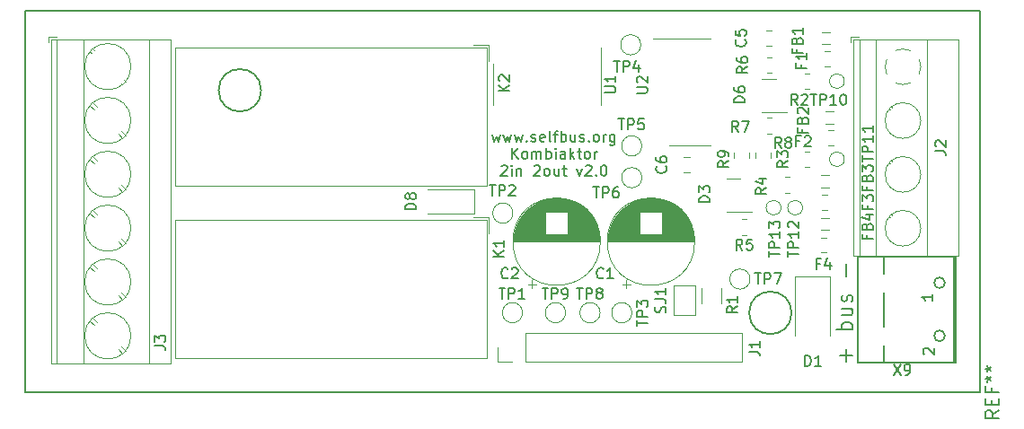
<source format=gbr>
%TF.GenerationSoftware,KiCad,Pcbnew,7.0.10*%
%TF.CreationDate,2024-03-19T21:59:50+01:00*%
%TF.ProjectId,2in-2out_2.0,32696e2d-326f-4757-945f-322e302e6b69,rev?*%
%TF.SameCoordinates,Original*%
%TF.FileFunction,Legend,Top*%
%TF.FilePolarity,Positive*%
%FSLAX46Y46*%
G04 Gerber Fmt 4.6, Leading zero omitted, Abs format (unit mm)*
G04 Created by KiCad (PCBNEW 7.0.10) date 2024-03-19 21:59:50*
%MOMM*%
%LPD*%
G01*
G04 APERTURE LIST*
%ADD10C,0.150000*%
%ADD11C,0.200000*%
%ADD12C,0.152400*%
%ADD13C,0.120000*%
%ADD14C,0.127000*%
G04 APERTURE END LIST*
D10*
X147606476Y-45928152D02*
X147796952Y-46594819D01*
X147796952Y-46594819D02*
X147987428Y-46118628D01*
X147987428Y-46118628D02*
X148177904Y-46594819D01*
X148177904Y-46594819D02*
X148368380Y-45928152D01*
X148654095Y-45928152D02*
X148844571Y-46594819D01*
X148844571Y-46594819D02*
X149035047Y-46118628D01*
X149035047Y-46118628D02*
X149225523Y-46594819D01*
X149225523Y-46594819D02*
X149415999Y-45928152D01*
X149701714Y-45928152D02*
X149892190Y-46594819D01*
X149892190Y-46594819D02*
X150082666Y-46118628D01*
X150082666Y-46118628D02*
X150273142Y-46594819D01*
X150273142Y-46594819D02*
X150463618Y-45928152D01*
X150844571Y-46499580D02*
X150892190Y-46547200D01*
X150892190Y-46547200D02*
X150844571Y-46594819D01*
X150844571Y-46594819D02*
X150796952Y-46547200D01*
X150796952Y-46547200D02*
X150844571Y-46499580D01*
X150844571Y-46499580D02*
X150844571Y-46594819D01*
X151273142Y-46547200D02*
X151368380Y-46594819D01*
X151368380Y-46594819D02*
X151558856Y-46594819D01*
X151558856Y-46594819D02*
X151654094Y-46547200D01*
X151654094Y-46547200D02*
X151701713Y-46451961D01*
X151701713Y-46451961D02*
X151701713Y-46404342D01*
X151701713Y-46404342D02*
X151654094Y-46309104D01*
X151654094Y-46309104D02*
X151558856Y-46261485D01*
X151558856Y-46261485D02*
X151415999Y-46261485D01*
X151415999Y-46261485D02*
X151320761Y-46213866D01*
X151320761Y-46213866D02*
X151273142Y-46118628D01*
X151273142Y-46118628D02*
X151273142Y-46071009D01*
X151273142Y-46071009D02*
X151320761Y-45975771D01*
X151320761Y-45975771D02*
X151415999Y-45928152D01*
X151415999Y-45928152D02*
X151558856Y-45928152D01*
X151558856Y-45928152D02*
X151654094Y-45975771D01*
X152511237Y-46547200D02*
X152415999Y-46594819D01*
X152415999Y-46594819D02*
X152225523Y-46594819D01*
X152225523Y-46594819D02*
X152130285Y-46547200D01*
X152130285Y-46547200D02*
X152082666Y-46451961D01*
X152082666Y-46451961D02*
X152082666Y-46071009D01*
X152082666Y-46071009D02*
X152130285Y-45975771D01*
X152130285Y-45975771D02*
X152225523Y-45928152D01*
X152225523Y-45928152D02*
X152415999Y-45928152D01*
X152415999Y-45928152D02*
X152511237Y-45975771D01*
X152511237Y-45975771D02*
X152558856Y-46071009D01*
X152558856Y-46071009D02*
X152558856Y-46166247D01*
X152558856Y-46166247D02*
X152082666Y-46261485D01*
X153130285Y-46594819D02*
X153035047Y-46547200D01*
X153035047Y-46547200D02*
X152987428Y-46451961D01*
X152987428Y-46451961D02*
X152987428Y-45594819D01*
X153368381Y-45928152D02*
X153749333Y-45928152D01*
X153511238Y-46594819D02*
X153511238Y-45737676D01*
X153511238Y-45737676D02*
X153558857Y-45642438D01*
X153558857Y-45642438D02*
X153654095Y-45594819D01*
X153654095Y-45594819D02*
X153749333Y-45594819D01*
X154082667Y-46594819D02*
X154082667Y-45594819D01*
X154082667Y-45975771D02*
X154177905Y-45928152D01*
X154177905Y-45928152D02*
X154368381Y-45928152D01*
X154368381Y-45928152D02*
X154463619Y-45975771D01*
X154463619Y-45975771D02*
X154511238Y-46023390D01*
X154511238Y-46023390D02*
X154558857Y-46118628D01*
X154558857Y-46118628D02*
X154558857Y-46404342D01*
X154558857Y-46404342D02*
X154511238Y-46499580D01*
X154511238Y-46499580D02*
X154463619Y-46547200D01*
X154463619Y-46547200D02*
X154368381Y-46594819D01*
X154368381Y-46594819D02*
X154177905Y-46594819D01*
X154177905Y-46594819D02*
X154082667Y-46547200D01*
X155416000Y-45928152D02*
X155416000Y-46594819D01*
X154987429Y-45928152D02*
X154987429Y-46451961D01*
X154987429Y-46451961D02*
X155035048Y-46547200D01*
X155035048Y-46547200D02*
X155130286Y-46594819D01*
X155130286Y-46594819D02*
X155273143Y-46594819D01*
X155273143Y-46594819D02*
X155368381Y-46547200D01*
X155368381Y-46547200D02*
X155416000Y-46499580D01*
X155844572Y-46547200D02*
X155939810Y-46594819D01*
X155939810Y-46594819D02*
X156130286Y-46594819D01*
X156130286Y-46594819D02*
X156225524Y-46547200D01*
X156225524Y-46547200D02*
X156273143Y-46451961D01*
X156273143Y-46451961D02*
X156273143Y-46404342D01*
X156273143Y-46404342D02*
X156225524Y-46309104D01*
X156225524Y-46309104D02*
X156130286Y-46261485D01*
X156130286Y-46261485D02*
X155987429Y-46261485D01*
X155987429Y-46261485D02*
X155892191Y-46213866D01*
X155892191Y-46213866D02*
X155844572Y-46118628D01*
X155844572Y-46118628D02*
X155844572Y-46071009D01*
X155844572Y-46071009D02*
X155892191Y-45975771D01*
X155892191Y-45975771D02*
X155987429Y-45928152D01*
X155987429Y-45928152D02*
X156130286Y-45928152D01*
X156130286Y-45928152D02*
X156225524Y-45975771D01*
X156701715Y-46499580D02*
X156749334Y-46547200D01*
X156749334Y-46547200D02*
X156701715Y-46594819D01*
X156701715Y-46594819D02*
X156654096Y-46547200D01*
X156654096Y-46547200D02*
X156701715Y-46499580D01*
X156701715Y-46499580D02*
X156701715Y-46594819D01*
X157320762Y-46594819D02*
X157225524Y-46547200D01*
X157225524Y-46547200D02*
X157177905Y-46499580D01*
X157177905Y-46499580D02*
X157130286Y-46404342D01*
X157130286Y-46404342D02*
X157130286Y-46118628D01*
X157130286Y-46118628D02*
X157177905Y-46023390D01*
X157177905Y-46023390D02*
X157225524Y-45975771D01*
X157225524Y-45975771D02*
X157320762Y-45928152D01*
X157320762Y-45928152D02*
X157463619Y-45928152D01*
X157463619Y-45928152D02*
X157558857Y-45975771D01*
X157558857Y-45975771D02*
X157606476Y-46023390D01*
X157606476Y-46023390D02*
X157654095Y-46118628D01*
X157654095Y-46118628D02*
X157654095Y-46404342D01*
X157654095Y-46404342D02*
X157606476Y-46499580D01*
X157606476Y-46499580D02*
X157558857Y-46547200D01*
X157558857Y-46547200D02*
X157463619Y-46594819D01*
X157463619Y-46594819D02*
X157320762Y-46594819D01*
X158082667Y-46594819D02*
X158082667Y-45928152D01*
X158082667Y-46118628D02*
X158130286Y-46023390D01*
X158130286Y-46023390D02*
X158177905Y-45975771D01*
X158177905Y-45975771D02*
X158273143Y-45928152D01*
X158273143Y-45928152D02*
X158368381Y-45928152D01*
X159130286Y-45928152D02*
X159130286Y-46737676D01*
X159130286Y-46737676D02*
X159082667Y-46832914D01*
X159082667Y-46832914D02*
X159035048Y-46880533D01*
X159035048Y-46880533D02*
X158939810Y-46928152D01*
X158939810Y-46928152D02*
X158796953Y-46928152D01*
X158796953Y-46928152D02*
X158701715Y-46880533D01*
X159130286Y-46547200D02*
X159035048Y-46594819D01*
X159035048Y-46594819D02*
X158844572Y-46594819D01*
X158844572Y-46594819D02*
X158749334Y-46547200D01*
X158749334Y-46547200D02*
X158701715Y-46499580D01*
X158701715Y-46499580D02*
X158654096Y-46404342D01*
X158654096Y-46404342D02*
X158654096Y-46118628D01*
X158654096Y-46118628D02*
X158701715Y-46023390D01*
X158701715Y-46023390D02*
X158749334Y-45975771D01*
X158749334Y-45975771D02*
X158844572Y-45928152D01*
X158844572Y-45928152D02*
X159035048Y-45928152D01*
X159035048Y-45928152D02*
X159130286Y-45975771D01*
X149439809Y-48204819D02*
X149439809Y-47204819D01*
X150011237Y-48204819D02*
X149582666Y-47633390D01*
X150011237Y-47204819D02*
X149439809Y-47776247D01*
X150582666Y-48204819D02*
X150487428Y-48157200D01*
X150487428Y-48157200D02*
X150439809Y-48109580D01*
X150439809Y-48109580D02*
X150392190Y-48014342D01*
X150392190Y-48014342D02*
X150392190Y-47728628D01*
X150392190Y-47728628D02*
X150439809Y-47633390D01*
X150439809Y-47633390D02*
X150487428Y-47585771D01*
X150487428Y-47585771D02*
X150582666Y-47538152D01*
X150582666Y-47538152D02*
X150725523Y-47538152D01*
X150725523Y-47538152D02*
X150820761Y-47585771D01*
X150820761Y-47585771D02*
X150868380Y-47633390D01*
X150868380Y-47633390D02*
X150915999Y-47728628D01*
X150915999Y-47728628D02*
X150915999Y-48014342D01*
X150915999Y-48014342D02*
X150868380Y-48109580D01*
X150868380Y-48109580D02*
X150820761Y-48157200D01*
X150820761Y-48157200D02*
X150725523Y-48204819D01*
X150725523Y-48204819D02*
X150582666Y-48204819D01*
X151344571Y-48204819D02*
X151344571Y-47538152D01*
X151344571Y-47633390D02*
X151392190Y-47585771D01*
X151392190Y-47585771D02*
X151487428Y-47538152D01*
X151487428Y-47538152D02*
X151630285Y-47538152D01*
X151630285Y-47538152D02*
X151725523Y-47585771D01*
X151725523Y-47585771D02*
X151773142Y-47681009D01*
X151773142Y-47681009D02*
X151773142Y-48204819D01*
X151773142Y-47681009D02*
X151820761Y-47585771D01*
X151820761Y-47585771D02*
X151915999Y-47538152D01*
X151915999Y-47538152D02*
X152058856Y-47538152D01*
X152058856Y-47538152D02*
X152154095Y-47585771D01*
X152154095Y-47585771D02*
X152201714Y-47681009D01*
X152201714Y-47681009D02*
X152201714Y-48204819D01*
X152677904Y-48204819D02*
X152677904Y-47204819D01*
X152677904Y-47585771D02*
X152773142Y-47538152D01*
X152773142Y-47538152D02*
X152963618Y-47538152D01*
X152963618Y-47538152D02*
X153058856Y-47585771D01*
X153058856Y-47585771D02*
X153106475Y-47633390D01*
X153106475Y-47633390D02*
X153154094Y-47728628D01*
X153154094Y-47728628D02*
X153154094Y-48014342D01*
X153154094Y-48014342D02*
X153106475Y-48109580D01*
X153106475Y-48109580D02*
X153058856Y-48157200D01*
X153058856Y-48157200D02*
X152963618Y-48204819D01*
X152963618Y-48204819D02*
X152773142Y-48204819D01*
X152773142Y-48204819D02*
X152677904Y-48157200D01*
X153582666Y-48204819D02*
X153582666Y-47538152D01*
X153582666Y-47204819D02*
X153535047Y-47252438D01*
X153535047Y-47252438D02*
X153582666Y-47300057D01*
X153582666Y-47300057D02*
X153630285Y-47252438D01*
X153630285Y-47252438D02*
X153582666Y-47204819D01*
X153582666Y-47204819D02*
X153582666Y-47300057D01*
X154487427Y-48204819D02*
X154487427Y-47681009D01*
X154487427Y-47681009D02*
X154439808Y-47585771D01*
X154439808Y-47585771D02*
X154344570Y-47538152D01*
X154344570Y-47538152D02*
X154154094Y-47538152D01*
X154154094Y-47538152D02*
X154058856Y-47585771D01*
X154487427Y-48157200D02*
X154392189Y-48204819D01*
X154392189Y-48204819D02*
X154154094Y-48204819D01*
X154154094Y-48204819D02*
X154058856Y-48157200D01*
X154058856Y-48157200D02*
X154011237Y-48061961D01*
X154011237Y-48061961D02*
X154011237Y-47966723D01*
X154011237Y-47966723D02*
X154058856Y-47871485D01*
X154058856Y-47871485D02*
X154154094Y-47823866D01*
X154154094Y-47823866D02*
X154392189Y-47823866D01*
X154392189Y-47823866D02*
X154487427Y-47776247D01*
X154963618Y-48204819D02*
X154963618Y-47204819D01*
X155058856Y-47823866D02*
X155344570Y-48204819D01*
X155344570Y-47538152D02*
X154963618Y-47919104D01*
X155630285Y-47538152D02*
X156011237Y-47538152D01*
X155773142Y-47204819D02*
X155773142Y-48061961D01*
X155773142Y-48061961D02*
X155820761Y-48157200D01*
X155820761Y-48157200D02*
X155915999Y-48204819D01*
X155915999Y-48204819D02*
X156011237Y-48204819D01*
X156487428Y-48204819D02*
X156392190Y-48157200D01*
X156392190Y-48157200D02*
X156344571Y-48109580D01*
X156344571Y-48109580D02*
X156296952Y-48014342D01*
X156296952Y-48014342D02*
X156296952Y-47728628D01*
X156296952Y-47728628D02*
X156344571Y-47633390D01*
X156344571Y-47633390D02*
X156392190Y-47585771D01*
X156392190Y-47585771D02*
X156487428Y-47538152D01*
X156487428Y-47538152D02*
X156630285Y-47538152D01*
X156630285Y-47538152D02*
X156725523Y-47585771D01*
X156725523Y-47585771D02*
X156773142Y-47633390D01*
X156773142Y-47633390D02*
X156820761Y-47728628D01*
X156820761Y-47728628D02*
X156820761Y-48014342D01*
X156820761Y-48014342D02*
X156773142Y-48109580D01*
X156773142Y-48109580D02*
X156725523Y-48157200D01*
X156725523Y-48157200D02*
X156630285Y-48204819D01*
X156630285Y-48204819D02*
X156487428Y-48204819D01*
X157249333Y-48204819D02*
X157249333Y-47538152D01*
X157249333Y-47728628D02*
X157296952Y-47633390D01*
X157296952Y-47633390D02*
X157344571Y-47585771D01*
X157344571Y-47585771D02*
X157439809Y-47538152D01*
X157439809Y-47538152D02*
X157535047Y-47538152D01*
X148439809Y-48910057D02*
X148487428Y-48862438D01*
X148487428Y-48862438D02*
X148582666Y-48814819D01*
X148582666Y-48814819D02*
X148820761Y-48814819D01*
X148820761Y-48814819D02*
X148915999Y-48862438D01*
X148915999Y-48862438D02*
X148963618Y-48910057D01*
X148963618Y-48910057D02*
X149011237Y-49005295D01*
X149011237Y-49005295D02*
X149011237Y-49100533D01*
X149011237Y-49100533D02*
X148963618Y-49243390D01*
X148963618Y-49243390D02*
X148392190Y-49814819D01*
X148392190Y-49814819D02*
X149011237Y-49814819D01*
X149439809Y-49814819D02*
X149439809Y-49148152D01*
X149439809Y-48814819D02*
X149392190Y-48862438D01*
X149392190Y-48862438D02*
X149439809Y-48910057D01*
X149439809Y-48910057D02*
X149487428Y-48862438D01*
X149487428Y-48862438D02*
X149439809Y-48814819D01*
X149439809Y-48814819D02*
X149439809Y-48910057D01*
X149915999Y-49148152D02*
X149915999Y-49814819D01*
X149915999Y-49243390D02*
X149963618Y-49195771D01*
X149963618Y-49195771D02*
X150058856Y-49148152D01*
X150058856Y-49148152D02*
X150201713Y-49148152D01*
X150201713Y-49148152D02*
X150296951Y-49195771D01*
X150296951Y-49195771D02*
X150344570Y-49291009D01*
X150344570Y-49291009D02*
X150344570Y-49814819D01*
X151535047Y-48910057D02*
X151582666Y-48862438D01*
X151582666Y-48862438D02*
X151677904Y-48814819D01*
X151677904Y-48814819D02*
X151915999Y-48814819D01*
X151915999Y-48814819D02*
X152011237Y-48862438D01*
X152011237Y-48862438D02*
X152058856Y-48910057D01*
X152058856Y-48910057D02*
X152106475Y-49005295D01*
X152106475Y-49005295D02*
X152106475Y-49100533D01*
X152106475Y-49100533D02*
X152058856Y-49243390D01*
X152058856Y-49243390D02*
X151487428Y-49814819D01*
X151487428Y-49814819D02*
X152106475Y-49814819D01*
X152677904Y-49814819D02*
X152582666Y-49767200D01*
X152582666Y-49767200D02*
X152535047Y-49719580D01*
X152535047Y-49719580D02*
X152487428Y-49624342D01*
X152487428Y-49624342D02*
X152487428Y-49338628D01*
X152487428Y-49338628D02*
X152535047Y-49243390D01*
X152535047Y-49243390D02*
X152582666Y-49195771D01*
X152582666Y-49195771D02*
X152677904Y-49148152D01*
X152677904Y-49148152D02*
X152820761Y-49148152D01*
X152820761Y-49148152D02*
X152915999Y-49195771D01*
X152915999Y-49195771D02*
X152963618Y-49243390D01*
X152963618Y-49243390D02*
X153011237Y-49338628D01*
X153011237Y-49338628D02*
X153011237Y-49624342D01*
X153011237Y-49624342D02*
X152963618Y-49719580D01*
X152963618Y-49719580D02*
X152915999Y-49767200D01*
X152915999Y-49767200D02*
X152820761Y-49814819D01*
X152820761Y-49814819D02*
X152677904Y-49814819D01*
X153868380Y-49148152D02*
X153868380Y-49814819D01*
X153439809Y-49148152D02*
X153439809Y-49671961D01*
X153439809Y-49671961D02*
X153487428Y-49767200D01*
X153487428Y-49767200D02*
X153582666Y-49814819D01*
X153582666Y-49814819D02*
X153725523Y-49814819D01*
X153725523Y-49814819D02*
X153820761Y-49767200D01*
X153820761Y-49767200D02*
X153868380Y-49719580D01*
X154201714Y-49148152D02*
X154582666Y-49148152D01*
X154344571Y-48814819D02*
X154344571Y-49671961D01*
X154344571Y-49671961D02*
X154392190Y-49767200D01*
X154392190Y-49767200D02*
X154487428Y-49814819D01*
X154487428Y-49814819D02*
X154582666Y-49814819D01*
X155582667Y-49148152D02*
X155820762Y-49814819D01*
X155820762Y-49814819D02*
X156058857Y-49148152D01*
X156392191Y-48910057D02*
X156439810Y-48862438D01*
X156439810Y-48862438D02*
X156535048Y-48814819D01*
X156535048Y-48814819D02*
X156773143Y-48814819D01*
X156773143Y-48814819D02*
X156868381Y-48862438D01*
X156868381Y-48862438D02*
X156916000Y-48910057D01*
X156916000Y-48910057D02*
X156963619Y-49005295D01*
X156963619Y-49005295D02*
X156963619Y-49100533D01*
X156963619Y-49100533D02*
X156916000Y-49243390D01*
X156916000Y-49243390D02*
X156344572Y-49814819D01*
X156344572Y-49814819D02*
X156963619Y-49814819D01*
X157392191Y-49719580D02*
X157439810Y-49767200D01*
X157439810Y-49767200D02*
X157392191Y-49814819D01*
X157392191Y-49814819D02*
X157344572Y-49767200D01*
X157344572Y-49767200D02*
X157392191Y-49719580D01*
X157392191Y-49719580D02*
X157392191Y-49814819D01*
X158058857Y-48814819D02*
X158154095Y-48814819D01*
X158154095Y-48814819D02*
X158249333Y-48862438D01*
X158249333Y-48862438D02*
X158296952Y-48910057D01*
X158296952Y-48910057D02*
X158344571Y-49005295D01*
X158344571Y-49005295D02*
X158392190Y-49195771D01*
X158392190Y-49195771D02*
X158392190Y-49433866D01*
X158392190Y-49433866D02*
X158344571Y-49624342D01*
X158344571Y-49624342D02*
X158296952Y-49719580D01*
X158296952Y-49719580D02*
X158249333Y-49767200D01*
X158249333Y-49767200D02*
X158154095Y-49814819D01*
X158154095Y-49814819D02*
X158058857Y-49814819D01*
X158058857Y-49814819D02*
X157963619Y-49767200D01*
X157963619Y-49767200D02*
X157916000Y-49719580D01*
X157916000Y-49719580D02*
X157868381Y-49624342D01*
X157868381Y-49624342D02*
X157820762Y-49433866D01*
X157820762Y-49433866D02*
X157820762Y-49195771D01*
X157820762Y-49195771D02*
X157868381Y-49005295D01*
X157868381Y-49005295D02*
X157916000Y-48910057D01*
X157916000Y-48910057D02*
X157963619Y-48862438D01*
X157963619Y-48862438D02*
X158058857Y-48814819D01*
D11*
X180960100Y-67345143D02*
X180960100Y-66202286D01*
X181531528Y-66773714D02*
X180388671Y-66773714D01*
X181531528Y-64345143D02*
X180031528Y-64345143D01*
X180602957Y-64345143D02*
X180531528Y-64202286D01*
X180531528Y-64202286D02*
X180531528Y-63916571D01*
X180531528Y-63916571D02*
X180602957Y-63773714D01*
X180602957Y-63773714D02*
X180674385Y-63702286D01*
X180674385Y-63702286D02*
X180817242Y-63630857D01*
X180817242Y-63630857D02*
X181245814Y-63630857D01*
X181245814Y-63630857D02*
X181388671Y-63702286D01*
X181388671Y-63702286D02*
X181460100Y-63773714D01*
X181460100Y-63773714D02*
X181531528Y-63916571D01*
X181531528Y-63916571D02*
X181531528Y-64202286D01*
X181531528Y-64202286D02*
X181460100Y-64345143D01*
X180531528Y-62345143D02*
X181531528Y-62345143D01*
X180531528Y-62988000D02*
X181317242Y-62988000D01*
X181317242Y-62988000D02*
X181460100Y-62916571D01*
X181460100Y-62916571D02*
X181531528Y-62773714D01*
X181531528Y-62773714D02*
X181531528Y-62559428D01*
X181531528Y-62559428D02*
X181460100Y-62416571D01*
X181460100Y-62416571D02*
X181388671Y-62345143D01*
X181460100Y-61702285D02*
X181531528Y-61559428D01*
X181531528Y-61559428D02*
X181531528Y-61273714D01*
X181531528Y-61273714D02*
X181460100Y-61130857D01*
X181460100Y-61130857D02*
X181317242Y-61059428D01*
X181317242Y-61059428D02*
X181245814Y-61059428D01*
X181245814Y-61059428D02*
X181102957Y-61130857D01*
X181102957Y-61130857D02*
X181031528Y-61273714D01*
X181031528Y-61273714D02*
X181031528Y-61488000D01*
X181031528Y-61488000D02*
X180960100Y-61630857D01*
X180960100Y-61630857D02*
X180817242Y-61702285D01*
X180817242Y-61702285D02*
X180745814Y-61702285D01*
X180745814Y-61702285D02*
X180602957Y-61630857D01*
X180602957Y-61630857D02*
X180531528Y-61488000D01*
X180531528Y-61488000D02*
X180531528Y-61273714D01*
X180531528Y-61273714D02*
X180602957Y-61130857D01*
X180960100Y-59273714D02*
X180960100Y-58130857D01*
D10*
X185428743Y-67595836D02*
X186095409Y-68595836D01*
X186095409Y-67595836D02*
X185428743Y-68595836D01*
X186523981Y-68595836D02*
X186714457Y-68595836D01*
X186714457Y-68595836D02*
X186809695Y-68548217D01*
X186809695Y-68548217D02*
X186857314Y-68500597D01*
X186857314Y-68500597D02*
X186952552Y-68357740D01*
X186952552Y-68357740D02*
X187000171Y-68167264D01*
X187000171Y-68167264D02*
X187000171Y-67786312D01*
X187000171Y-67786312D02*
X186952552Y-67691074D01*
X186952552Y-67691074D02*
X186904933Y-67643455D01*
X186904933Y-67643455D02*
X186809695Y-67595836D01*
X186809695Y-67595836D02*
X186619219Y-67595836D01*
X186619219Y-67595836D02*
X186523981Y-67643455D01*
X186523981Y-67643455D02*
X186476362Y-67691074D01*
X186476362Y-67691074D02*
X186428743Y-67786312D01*
X186428743Y-67786312D02*
X186428743Y-68024407D01*
X186428743Y-68024407D02*
X186476362Y-68119645D01*
X186476362Y-68119645D02*
X186523981Y-68167264D01*
X186523981Y-68167264D02*
X186619219Y-68214883D01*
X186619219Y-68214883D02*
X186809695Y-68214883D01*
X186809695Y-68214883D02*
X186904933Y-68167264D01*
X186904933Y-68167264D02*
X186952552Y-68119645D01*
X186952552Y-68119645D02*
X187000171Y-68024407D01*
X188322057Y-66646588D02*
X188274438Y-66598969D01*
X188274438Y-66598969D02*
X188226819Y-66503731D01*
X188226819Y-66503731D02*
X188226819Y-66265636D01*
X188226819Y-66265636D02*
X188274438Y-66170398D01*
X188274438Y-66170398D02*
X188322057Y-66122779D01*
X188322057Y-66122779D02*
X188417295Y-66075160D01*
X188417295Y-66075160D02*
X188512533Y-66075160D01*
X188512533Y-66075160D02*
X188655390Y-66122779D01*
X188655390Y-66122779D02*
X189226819Y-66694207D01*
X189226819Y-66694207D02*
X189226819Y-66075160D01*
X189099819Y-60995160D02*
X189099819Y-61566588D01*
X189099819Y-61280874D02*
X188099819Y-61280874D01*
X188099819Y-61280874D02*
X188242676Y-61376112D01*
X188242676Y-61376112D02*
X188337914Y-61471350D01*
X188337914Y-61471350D02*
X188385533Y-61566588D01*
X149221819Y-41827220D02*
X148221819Y-41827220D01*
X149221819Y-41255792D02*
X148650390Y-41684363D01*
X148221819Y-41255792D02*
X148793247Y-41827220D01*
X148317057Y-40874839D02*
X148269438Y-40827220D01*
X148269438Y-40827220D02*
X148221819Y-40731982D01*
X148221819Y-40731982D02*
X148221819Y-40493887D01*
X148221819Y-40493887D02*
X148269438Y-40398649D01*
X148269438Y-40398649D02*
X148317057Y-40351030D01*
X148317057Y-40351030D02*
X148412295Y-40303411D01*
X148412295Y-40303411D02*
X148507533Y-40303411D01*
X148507533Y-40303411D02*
X148650390Y-40351030D01*
X148650390Y-40351030D02*
X149221819Y-40922458D01*
X149221819Y-40922458D02*
X149221819Y-40303411D01*
X158063333Y-59414580D02*
X158015714Y-59462200D01*
X158015714Y-59462200D02*
X157872857Y-59509819D01*
X157872857Y-59509819D02*
X157777619Y-59509819D01*
X157777619Y-59509819D02*
X157634762Y-59462200D01*
X157634762Y-59462200D02*
X157539524Y-59366961D01*
X157539524Y-59366961D02*
X157491905Y-59271723D01*
X157491905Y-59271723D02*
X157444286Y-59081247D01*
X157444286Y-59081247D02*
X157444286Y-58938390D01*
X157444286Y-58938390D02*
X157491905Y-58747914D01*
X157491905Y-58747914D02*
X157539524Y-58652676D01*
X157539524Y-58652676D02*
X157634762Y-58557438D01*
X157634762Y-58557438D02*
X157777619Y-58509819D01*
X157777619Y-58509819D02*
X157872857Y-58509819D01*
X157872857Y-58509819D02*
X158015714Y-58557438D01*
X158015714Y-58557438D02*
X158063333Y-58605057D01*
X159015714Y-59509819D02*
X158444286Y-59509819D01*
X158730000Y-59509819D02*
X158730000Y-58509819D01*
X158730000Y-58509819D02*
X158634762Y-58652676D01*
X158634762Y-58652676D02*
X158539524Y-58747914D01*
X158539524Y-58747914D02*
X158444286Y-58795533D01*
X172347095Y-59017819D02*
X172918523Y-59017819D01*
X172632809Y-60017819D02*
X172632809Y-59017819D01*
X173251857Y-60017819D02*
X173251857Y-59017819D01*
X173251857Y-59017819D02*
X173632809Y-59017819D01*
X173632809Y-59017819D02*
X173728047Y-59065438D01*
X173728047Y-59065438D02*
X173775666Y-59113057D01*
X173775666Y-59113057D02*
X173823285Y-59208295D01*
X173823285Y-59208295D02*
X173823285Y-59351152D01*
X173823285Y-59351152D02*
X173775666Y-59446390D01*
X173775666Y-59446390D02*
X173728047Y-59494009D01*
X173728047Y-59494009D02*
X173632809Y-59541628D01*
X173632809Y-59541628D02*
X173251857Y-59541628D01*
X174156619Y-59017819D02*
X174823285Y-59017819D01*
X174823285Y-59017819D02*
X174394714Y-60017819D01*
X195329726Y-71943332D02*
X194724964Y-72366666D01*
X195329726Y-72669047D02*
X194059726Y-72669047D01*
X194059726Y-72669047D02*
X194059726Y-72185237D01*
X194059726Y-72185237D02*
X194120202Y-72064285D01*
X194120202Y-72064285D02*
X194180678Y-72003808D01*
X194180678Y-72003808D02*
X194301630Y-71943332D01*
X194301630Y-71943332D02*
X194483059Y-71943332D01*
X194483059Y-71943332D02*
X194604011Y-72003808D01*
X194604011Y-72003808D02*
X194664488Y-72064285D01*
X194664488Y-72064285D02*
X194724964Y-72185237D01*
X194724964Y-72185237D02*
X194724964Y-72669047D01*
X194664488Y-71399047D02*
X194664488Y-70975713D01*
X195329726Y-70794285D02*
X195329726Y-71399047D01*
X195329726Y-71399047D02*
X194059726Y-71399047D01*
X194059726Y-71399047D02*
X194059726Y-70794285D01*
X194664488Y-69826665D02*
X194664488Y-70249999D01*
X195329726Y-70249999D02*
X194059726Y-70249999D01*
X194059726Y-70249999D02*
X194059726Y-69645237D01*
X194059726Y-68979999D02*
X194362107Y-68979999D01*
X194241154Y-69282380D02*
X194362107Y-68979999D01*
X194362107Y-68979999D02*
X194241154Y-68677618D01*
X194604011Y-69161428D02*
X194362107Y-68979999D01*
X194362107Y-68979999D02*
X194604011Y-68798570D01*
X194059726Y-68012380D02*
X194362107Y-68012380D01*
X194241154Y-68314761D02*
X194362107Y-68012380D01*
X194362107Y-68012380D02*
X194241154Y-67709999D01*
X194604011Y-68193809D02*
X194362107Y-68012380D01*
X194362107Y-68012380D02*
X194604011Y-67830951D01*
X140408819Y-52988094D02*
X139408819Y-52988094D01*
X139408819Y-52988094D02*
X139408819Y-52749999D01*
X139408819Y-52749999D02*
X139456438Y-52607142D01*
X139456438Y-52607142D02*
X139551676Y-52511904D01*
X139551676Y-52511904D02*
X139646914Y-52464285D01*
X139646914Y-52464285D02*
X139837390Y-52416666D01*
X139837390Y-52416666D02*
X139980247Y-52416666D01*
X139980247Y-52416666D02*
X140170723Y-52464285D01*
X140170723Y-52464285D02*
X140265961Y-52511904D01*
X140265961Y-52511904D02*
X140361200Y-52607142D01*
X140361200Y-52607142D02*
X140408819Y-52749999D01*
X140408819Y-52749999D02*
X140408819Y-52988094D01*
X139837390Y-51845237D02*
X139789771Y-51940475D01*
X139789771Y-51940475D02*
X139742152Y-51988094D01*
X139742152Y-51988094D02*
X139646914Y-52035713D01*
X139646914Y-52035713D02*
X139599295Y-52035713D01*
X139599295Y-52035713D02*
X139504057Y-51988094D01*
X139504057Y-51988094D02*
X139456438Y-51940475D01*
X139456438Y-51940475D02*
X139408819Y-51845237D01*
X139408819Y-51845237D02*
X139408819Y-51654761D01*
X139408819Y-51654761D02*
X139456438Y-51559523D01*
X139456438Y-51559523D02*
X139504057Y-51511904D01*
X139504057Y-51511904D02*
X139599295Y-51464285D01*
X139599295Y-51464285D02*
X139646914Y-51464285D01*
X139646914Y-51464285D02*
X139742152Y-51511904D01*
X139742152Y-51511904D02*
X139789771Y-51559523D01*
X139789771Y-51559523D02*
X139837390Y-51654761D01*
X139837390Y-51654761D02*
X139837390Y-51845237D01*
X139837390Y-51845237D02*
X139885009Y-51940475D01*
X139885009Y-51940475D02*
X139932628Y-51988094D01*
X139932628Y-51988094D02*
X140027866Y-52035713D01*
X140027866Y-52035713D02*
X140218342Y-52035713D01*
X140218342Y-52035713D02*
X140313580Y-51988094D01*
X140313580Y-51988094D02*
X140361200Y-51940475D01*
X140361200Y-51940475D02*
X140408819Y-51845237D01*
X140408819Y-51845237D02*
X140408819Y-51654761D01*
X140408819Y-51654761D02*
X140361200Y-51559523D01*
X140361200Y-51559523D02*
X140313580Y-51511904D01*
X140313580Y-51511904D02*
X140218342Y-51464285D01*
X140218342Y-51464285D02*
X140027866Y-51464285D01*
X140027866Y-51464285D02*
X139932628Y-51511904D01*
X139932628Y-51511904D02*
X139885009Y-51559523D01*
X139885009Y-51559523D02*
X139837390Y-51654761D01*
X182938509Y-50871333D02*
X182938509Y-51204666D01*
X183462319Y-51204666D02*
X182462319Y-51204666D01*
X182462319Y-51204666D02*
X182462319Y-50728476D01*
X182938509Y-50014190D02*
X182986128Y-49871333D01*
X182986128Y-49871333D02*
X183033747Y-49823714D01*
X183033747Y-49823714D02*
X183128985Y-49776095D01*
X183128985Y-49776095D02*
X183271842Y-49776095D01*
X183271842Y-49776095D02*
X183367080Y-49823714D01*
X183367080Y-49823714D02*
X183414700Y-49871333D01*
X183414700Y-49871333D02*
X183462319Y-49966571D01*
X183462319Y-49966571D02*
X183462319Y-50347523D01*
X183462319Y-50347523D02*
X182462319Y-50347523D01*
X182462319Y-50347523D02*
X182462319Y-50014190D01*
X182462319Y-50014190D02*
X182509938Y-49918952D01*
X182509938Y-49918952D02*
X182557557Y-49871333D01*
X182557557Y-49871333D02*
X182652795Y-49823714D01*
X182652795Y-49823714D02*
X182748033Y-49823714D01*
X182748033Y-49823714D02*
X182843271Y-49871333D01*
X182843271Y-49871333D02*
X182890890Y-49918952D01*
X182890890Y-49918952D02*
X182938509Y-50014190D01*
X182938509Y-50014190D02*
X182938509Y-50347523D01*
X182462319Y-49442761D02*
X182462319Y-48823714D01*
X182462319Y-48823714D02*
X182843271Y-49157047D01*
X182843271Y-49157047D02*
X182843271Y-49014190D01*
X182843271Y-49014190D02*
X182890890Y-48918952D01*
X182890890Y-48918952D02*
X182938509Y-48871333D01*
X182938509Y-48871333D02*
X183033747Y-48823714D01*
X183033747Y-48823714D02*
X183271842Y-48823714D01*
X183271842Y-48823714D02*
X183367080Y-48871333D01*
X183367080Y-48871333D02*
X183414700Y-48918952D01*
X183414700Y-48918952D02*
X183462319Y-49014190D01*
X183462319Y-49014190D02*
X183462319Y-49299904D01*
X183462319Y-49299904D02*
X183414700Y-49395142D01*
X183414700Y-49395142D02*
X183367080Y-49442761D01*
X157107095Y-50889819D02*
X157678523Y-50889819D01*
X157392809Y-51889819D02*
X157392809Y-50889819D01*
X158011857Y-51889819D02*
X158011857Y-50889819D01*
X158011857Y-50889819D02*
X158392809Y-50889819D01*
X158392809Y-50889819D02*
X158488047Y-50937438D01*
X158488047Y-50937438D02*
X158535666Y-50985057D01*
X158535666Y-50985057D02*
X158583285Y-51080295D01*
X158583285Y-51080295D02*
X158583285Y-51223152D01*
X158583285Y-51223152D02*
X158535666Y-51318390D01*
X158535666Y-51318390D02*
X158488047Y-51366009D01*
X158488047Y-51366009D02*
X158392809Y-51413628D01*
X158392809Y-51413628D02*
X158011857Y-51413628D01*
X159440428Y-50889819D02*
X159249952Y-50889819D01*
X159249952Y-50889819D02*
X159154714Y-50937438D01*
X159154714Y-50937438D02*
X159107095Y-50985057D01*
X159107095Y-50985057D02*
X159011857Y-51127914D01*
X159011857Y-51127914D02*
X158964238Y-51318390D01*
X158964238Y-51318390D02*
X158964238Y-51699342D01*
X158964238Y-51699342D02*
X159011857Y-51794580D01*
X159011857Y-51794580D02*
X159059476Y-51842200D01*
X159059476Y-51842200D02*
X159154714Y-51889819D01*
X159154714Y-51889819D02*
X159345190Y-51889819D01*
X159345190Y-51889819D02*
X159440428Y-51842200D01*
X159440428Y-51842200D02*
X159488047Y-51794580D01*
X159488047Y-51794580D02*
X159535666Y-51699342D01*
X159535666Y-51699342D02*
X159535666Y-51461247D01*
X159535666Y-51461247D02*
X159488047Y-51366009D01*
X159488047Y-51366009D02*
X159440428Y-51318390D01*
X159440428Y-51318390D02*
X159345190Y-51270771D01*
X159345190Y-51270771D02*
X159154714Y-51270771D01*
X159154714Y-51270771D02*
X159059476Y-51318390D01*
X159059476Y-51318390D02*
X159011857Y-51366009D01*
X159011857Y-51366009D02*
X158964238Y-51461247D01*
X176334009Y-37917333D02*
X176334009Y-38250666D01*
X176857819Y-38250666D02*
X175857819Y-38250666D01*
X175857819Y-38250666D02*
X175857819Y-37774476D01*
X176334009Y-37060190D02*
X176381628Y-36917333D01*
X176381628Y-36917333D02*
X176429247Y-36869714D01*
X176429247Y-36869714D02*
X176524485Y-36822095D01*
X176524485Y-36822095D02*
X176667342Y-36822095D01*
X176667342Y-36822095D02*
X176762580Y-36869714D01*
X176762580Y-36869714D02*
X176810200Y-36917333D01*
X176810200Y-36917333D02*
X176857819Y-37012571D01*
X176857819Y-37012571D02*
X176857819Y-37393523D01*
X176857819Y-37393523D02*
X175857819Y-37393523D01*
X175857819Y-37393523D02*
X175857819Y-37060190D01*
X175857819Y-37060190D02*
X175905438Y-36964952D01*
X175905438Y-36964952D02*
X175953057Y-36917333D01*
X175953057Y-36917333D02*
X176048295Y-36869714D01*
X176048295Y-36869714D02*
X176143533Y-36869714D01*
X176143533Y-36869714D02*
X176238771Y-36917333D01*
X176238771Y-36917333D02*
X176286390Y-36964952D01*
X176286390Y-36964952D02*
X176334009Y-37060190D01*
X176334009Y-37060190D02*
X176334009Y-37393523D01*
X176857819Y-35869714D02*
X176857819Y-36441142D01*
X176857819Y-36155428D02*
X175857819Y-36155428D01*
X175857819Y-36155428D02*
X176000676Y-36250666D01*
X176000676Y-36250666D02*
X176095914Y-36345904D01*
X176095914Y-36345904D02*
X176143533Y-36441142D01*
X173428819Y-50966666D02*
X172952628Y-51299999D01*
X173428819Y-51538094D02*
X172428819Y-51538094D01*
X172428819Y-51538094D02*
X172428819Y-51157142D01*
X172428819Y-51157142D02*
X172476438Y-51061904D01*
X172476438Y-51061904D02*
X172524057Y-51014285D01*
X172524057Y-51014285D02*
X172619295Y-50966666D01*
X172619295Y-50966666D02*
X172762152Y-50966666D01*
X172762152Y-50966666D02*
X172857390Y-51014285D01*
X172857390Y-51014285D02*
X172905009Y-51061904D01*
X172905009Y-51061904D02*
X172952628Y-51157142D01*
X172952628Y-51157142D02*
X172952628Y-51538094D01*
X172762152Y-50109523D02*
X173428819Y-50109523D01*
X172381200Y-50347618D02*
X173095485Y-50585713D01*
X173095485Y-50585713D02*
X173095485Y-49966666D01*
X177585905Y-42126819D02*
X178157333Y-42126819D01*
X177871619Y-43126819D02*
X177871619Y-42126819D01*
X178490667Y-43126819D02*
X178490667Y-42126819D01*
X178490667Y-42126819D02*
X178871619Y-42126819D01*
X178871619Y-42126819D02*
X178966857Y-42174438D01*
X178966857Y-42174438D02*
X179014476Y-42222057D01*
X179014476Y-42222057D02*
X179062095Y-42317295D01*
X179062095Y-42317295D02*
X179062095Y-42460152D01*
X179062095Y-42460152D02*
X179014476Y-42555390D01*
X179014476Y-42555390D02*
X178966857Y-42603009D01*
X178966857Y-42603009D02*
X178871619Y-42650628D01*
X178871619Y-42650628D02*
X178490667Y-42650628D01*
X180014476Y-43126819D02*
X179443048Y-43126819D01*
X179728762Y-43126819D02*
X179728762Y-42126819D01*
X179728762Y-42126819D02*
X179633524Y-42269676D01*
X179633524Y-42269676D02*
X179538286Y-42364914D01*
X179538286Y-42364914D02*
X179443048Y-42412533D01*
X180633524Y-42126819D02*
X180728762Y-42126819D01*
X180728762Y-42126819D02*
X180824000Y-42174438D01*
X180824000Y-42174438D02*
X180871619Y-42222057D01*
X180871619Y-42222057D02*
X180919238Y-42317295D01*
X180919238Y-42317295D02*
X180966857Y-42507771D01*
X180966857Y-42507771D02*
X180966857Y-42745866D01*
X180966857Y-42745866D02*
X180919238Y-42936342D01*
X180919238Y-42936342D02*
X180871619Y-43031580D01*
X180871619Y-43031580D02*
X180824000Y-43079200D01*
X180824000Y-43079200D02*
X180728762Y-43126819D01*
X180728762Y-43126819D02*
X180633524Y-43126819D01*
X180633524Y-43126819D02*
X180538286Y-43079200D01*
X180538286Y-43079200D02*
X180490667Y-43031580D01*
X180490667Y-43031580D02*
X180443048Y-42936342D01*
X180443048Y-42936342D02*
X180395429Y-42745866D01*
X180395429Y-42745866D02*
X180395429Y-42507771D01*
X180395429Y-42507771D02*
X180443048Y-42317295D01*
X180443048Y-42317295D02*
X180490667Y-42222057D01*
X180490667Y-42222057D02*
X180538286Y-42174438D01*
X180538286Y-42174438D02*
X180633524Y-42126819D01*
X176577666Y-46540009D02*
X176244333Y-46540009D01*
X176244333Y-47063819D02*
X176244333Y-46063819D01*
X176244333Y-46063819D02*
X176720523Y-46063819D01*
X177053857Y-46159057D02*
X177101476Y-46111438D01*
X177101476Y-46111438D02*
X177196714Y-46063819D01*
X177196714Y-46063819D02*
X177434809Y-46063819D01*
X177434809Y-46063819D02*
X177530047Y-46111438D01*
X177530047Y-46111438D02*
X177577666Y-46159057D01*
X177577666Y-46159057D02*
X177625285Y-46254295D01*
X177625285Y-46254295D02*
X177625285Y-46349533D01*
X177625285Y-46349533D02*
X177577666Y-46492390D01*
X177577666Y-46492390D02*
X177006238Y-47063819D01*
X177006238Y-47063819D02*
X177625285Y-47063819D01*
X175476819Y-57491094D02*
X175476819Y-56919666D01*
X176476819Y-57205380D02*
X175476819Y-57205380D01*
X176476819Y-56586332D02*
X175476819Y-56586332D01*
X175476819Y-56586332D02*
X175476819Y-56205380D01*
X175476819Y-56205380D02*
X175524438Y-56110142D01*
X175524438Y-56110142D02*
X175572057Y-56062523D01*
X175572057Y-56062523D02*
X175667295Y-56014904D01*
X175667295Y-56014904D02*
X175810152Y-56014904D01*
X175810152Y-56014904D02*
X175905390Y-56062523D01*
X175905390Y-56062523D02*
X175953009Y-56110142D01*
X175953009Y-56110142D02*
X176000628Y-56205380D01*
X176000628Y-56205380D02*
X176000628Y-56586332D01*
X176476819Y-55062523D02*
X176476819Y-55633951D01*
X176476819Y-55348237D02*
X175476819Y-55348237D01*
X175476819Y-55348237D02*
X175619676Y-55443475D01*
X175619676Y-55443475D02*
X175714914Y-55538713D01*
X175714914Y-55538713D02*
X175762533Y-55633951D01*
X175572057Y-54681570D02*
X175524438Y-54633951D01*
X175524438Y-54633951D02*
X175476819Y-54538713D01*
X175476819Y-54538713D02*
X175476819Y-54300618D01*
X175476819Y-54300618D02*
X175524438Y-54205380D01*
X175524438Y-54205380D02*
X175572057Y-54157761D01*
X175572057Y-54157761D02*
X175667295Y-54110142D01*
X175667295Y-54110142D02*
X175762533Y-54110142D01*
X175762533Y-54110142D02*
X175905390Y-54157761D01*
X175905390Y-54157761D02*
X176476819Y-54729189D01*
X176476819Y-54729189D02*
X176476819Y-54110142D01*
X171819219Y-66424133D02*
X172533504Y-66424133D01*
X172533504Y-66424133D02*
X172676361Y-66471752D01*
X172676361Y-66471752D02*
X172771600Y-66566990D01*
X172771600Y-66566990D02*
X172819219Y-66709847D01*
X172819219Y-66709847D02*
X172819219Y-66805085D01*
X172819219Y-65424133D02*
X172819219Y-65995561D01*
X172819219Y-65709847D02*
X171819219Y-65709847D01*
X171819219Y-65709847D02*
X171962076Y-65805085D01*
X171962076Y-65805085D02*
X172057314Y-65900323D01*
X172057314Y-65900323D02*
X172104933Y-65995561D01*
X171428580Y-36996666D02*
X171476200Y-37044285D01*
X171476200Y-37044285D02*
X171523819Y-37187142D01*
X171523819Y-37187142D02*
X171523819Y-37282380D01*
X171523819Y-37282380D02*
X171476200Y-37425237D01*
X171476200Y-37425237D02*
X171380961Y-37520475D01*
X171380961Y-37520475D02*
X171285723Y-37568094D01*
X171285723Y-37568094D02*
X171095247Y-37615713D01*
X171095247Y-37615713D02*
X170952390Y-37615713D01*
X170952390Y-37615713D02*
X170761914Y-37568094D01*
X170761914Y-37568094D02*
X170666676Y-37520475D01*
X170666676Y-37520475D02*
X170571438Y-37425237D01*
X170571438Y-37425237D02*
X170523819Y-37282380D01*
X170523819Y-37282380D02*
X170523819Y-37187142D01*
X170523819Y-37187142D02*
X170571438Y-37044285D01*
X170571438Y-37044285D02*
X170619057Y-36996666D01*
X170523819Y-36091904D02*
X170523819Y-36568094D01*
X170523819Y-36568094D02*
X171000009Y-36615713D01*
X171000009Y-36615713D02*
X170952390Y-36568094D01*
X170952390Y-36568094D02*
X170904771Y-36472856D01*
X170904771Y-36472856D02*
X170904771Y-36234761D01*
X170904771Y-36234761D02*
X170952390Y-36139523D01*
X170952390Y-36139523D02*
X171000009Y-36091904D01*
X171000009Y-36091904D02*
X171095247Y-36044285D01*
X171095247Y-36044285D02*
X171333342Y-36044285D01*
X171333342Y-36044285D02*
X171428580Y-36091904D01*
X171428580Y-36091904D02*
X171476200Y-36139523D01*
X171476200Y-36139523D02*
X171523819Y-36234761D01*
X171523819Y-36234761D02*
X171523819Y-36472856D01*
X171523819Y-36472856D02*
X171476200Y-36568094D01*
X171476200Y-36568094D02*
X171428580Y-36615713D01*
X176363333Y-43126819D02*
X176030000Y-42650628D01*
X175791905Y-43126819D02*
X175791905Y-42126819D01*
X175791905Y-42126819D02*
X176172857Y-42126819D01*
X176172857Y-42126819D02*
X176268095Y-42174438D01*
X176268095Y-42174438D02*
X176315714Y-42222057D01*
X176315714Y-42222057D02*
X176363333Y-42317295D01*
X176363333Y-42317295D02*
X176363333Y-42460152D01*
X176363333Y-42460152D02*
X176315714Y-42555390D01*
X176315714Y-42555390D02*
X176268095Y-42603009D01*
X176268095Y-42603009D02*
X176172857Y-42650628D01*
X176172857Y-42650628D02*
X175791905Y-42650628D01*
X176744286Y-42222057D02*
X176791905Y-42174438D01*
X176791905Y-42174438D02*
X176887143Y-42126819D01*
X176887143Y-42126819D02*
X177125238Y-42126819D01*
X177125238Y-42126819D02*
X177220476Y-42174438D01*
X177220476Y-42174438D02*
X177268095Y-42222057D01*
X177268095Y-42222057D02*
X177315714Y-42317295D01*
X177315714Y-42317295D02*
X177315714Y-42412533D01*
X177315714Y-42412533D02*
X177268095Y-42555390D01*
X177268095Y-42555390D02*
X176696667Y-43126819D01*
X176696667Y-43126819D02*
X177315714Y-43126819D01*
X158204819Y-41971904D02*
X159014342Y-41971904D01*
X159014342Y-41971904D02*
X159109580Y-41924285D01*
X159109580Y-41924285D02*
X159157200Y-41876666D01*
X159157200Y-41876666D02*
X159204819Y-41781428D01*
X159204819Y-41781428D02*
X159204819Y-41590952D01*
X159204819Y-41590952D02*
X159157200Y-41495714D01*
X159157200Y-41495714D02*
X159109580Y-41448095D01*
X159109580Y-41448095D02*
X159014342Y-41400476D01*
X159014342Y-41400476D02*
X158204819Y-41400476D01*
X159204819Y-40400476D02*
X159204819Y-40971904D01*
X159204819Y-40686190D02*
X158204819Y-40686190D01*
X158204819Y-40686190D02*
X158347676Y-40781428D01*
X158347676Y-40781428D02*
X158442914Y-40876666D01*
X158442914Y-40876666D02*
X158490533Y-40971904D01*
X152298095Y-60414819D02*
X152869523Y-60414819D01*
X152583809Y-61414819D02*
X152583809Y-60414819D01*
X153202857Y-61414819D02*
X153202857Y-60414819D01*
X153202857Y-60414819D02*
X153583809Y-60414819D01*
X153583809Y-60414819D02*
X153679047Y-60462438D01*
X153679047Y-60462438D02*
X153726666Y-60510057D01*
X153726666Y-60510057D02*
X153774285Y-60605295D01*
X153774285Y-60605295D02*
X153774285Y-60748152D01*
X153774285Y-60748152D02*
X153726666Y-60843390D01*
X153726666Y-60843390D02*
X153679047Y-60891009D01*
X153679047Y-60891009D02*
X153583809Y-60938628D01*
X153583809Y-60938628D02*
X153202857Y-60938628D01*
X154250476Y-61414819D02*
X154440952Y-61414819D01*
X154440952Y-61414819D02*
X154536190Y-61367200D01*
X154536190Y-61367200D02*
X154583809Y-61319580D01*
X154583809Y-61319580D02*
X154679047Y-61176723D01*
X154679047Y-61176723D02*
X154726666Y-60986247D01*
X154726666Y-60986247D02*
X154726666Y-60605295D01*
X154726666Y-60605295D02*
X154679047Y-60510057D01*
X154679047Y-60510057D02*
X154631428Y-60462438D01*
X154631428Y-60462438D02*
X154536190Y-60414819D01*
X154536190Y-60414819D02*
X154345714Y-60414819D01*
X154345714Y-60414819D02*
X154250476Y-60462438D01*
X154250476Y-60462438D02*
X154202857Y-60510057D01*
X154202857Y-60510057D02*
X154155238Y-60605295D01*
X154155238Y-60605295D02*
X154155238Y-60843390D01*
X154155238Y-60843390D02*
X154202857Y-60938628D01*
X154202857Y-60938628D02*
X154250476Y-60986247D01*
X154250476Y-60986247D02*
X154345714Y-61033866D01*
X154345714Y-61033866D02*
X154536190Y-61033866D01*
X154536190Y-61033866D02*
X154631428Y-60986247D01*
X154631428Y-60986247D02*
X154679047Y-60938628D01*
X154679047Y-60938628D02*
X154726666Y-60843390D01*
X182938009Y-55443333D02*
X182938009Y-55776666D01*
X183461819Y-55776666D02*
X182461819Y-55776666D01*
X182461819Y-55776666D02*
X182461819Y-55300476D01*
X182938009Y-54586190D02*
X182985628Y-54443333D01*
X182985628Y-54443333D02*
X183033247Y-54395714D01*
X183033247Y-54395714D02*
X183128485Y-54348095D01*
X183128485Y-54348095D02*
X183271342Y-54348095D01*
X183271342Y-54348095D02*
X183366580Y-54395714D01*
X183366580Y-54395714D02*
X183414200Y-54443333D01*
X183414200Y-54443333D02*
X183461819Y-54538571D01*
X183461819Y-54538571D02*
X183461819Y-54919523D01*
X183461819Y-54919523D02*
X182461819Y-54919523D01*
X182461819Y-54919523D02*
X182461819Y-54586190D01*
X182461819Y-54586190D02*
X182509438Y-54490952D01*
X182509438Y-54490952D02*
X182557057Y-54443333D01*
X182557057Y-54443333D02*
X182652295Y-54395714D01*
X182652295Y-54395714D02*
X182747533Y-54395714D01*
X182747533Y-54395714D02*
X182842771Y-54443333D01*
X182842771Y-54443333D02*
X182890390Y-54490952D01*
X182890390Y-54490952D02*
X182938009Y-54586190D01*
X182938009Y-54586190D02*
X182938009Y-54919523D01*
X182795152Y-53490952D02*
X183461819Y-53490952D01*
X182414200Y-53729047D02*
X183128485Y-53967142D01*
X183128485Y-53967142D02*
X183128485Y-53348095D01*
X148713819Y-57448220D02*
X147713819Y-57448220D01*
X148713819Y-56876792D02*
X148142390Y-57305363D01*
X147713819Y-56876792D02*
X148285247Y-57448220D01*
X148713819Y-55924411D02*
X148713819Y-56495839D01*
X148713819Y-56210125D02*
X147713819Y-56210125D01*
X147713819Y-56210125D02*
X147856676Y-56305363D01*
X147856676Y-56305363D02*
X147951914Y-56400601D01*
X147951914Y-56400601D02*
X147999533Y-56495839D01*
X163935580Y-48934666D02*
X163983200Y-48982285D01*
X163983200Y-48982285D02*
X164030819Y-49125142D01*
X164030819Y-49125142D02*
X164030819Y-49220380D01*
X164030819Y-49220380D02*
X163983200Y-49363237D01*
X163983200Y-49363237D02*
X163887961Y-49458475D01*
X163887961Y-49458475D02*
X163792723Y-49506094D01*
X163792723Y-49506094D02*
X163602247Y-49553713D01*
X163602247Y-49553713D02*
X163459390Y-49553713D01*
X163459390Y-49553713D02*
X163268914Y-49506094D01*
X163268914Y-49506094D02*
X163173676Y-49458475D01*
X163173676Y-49458475D02*
X163078438Y-49363237D01*
X163078438Y-49363237D02*
X163030819Y-49220380D01*
X163030819Y-49220380D02*
X163030819Y-49125142D01*
X163030819Y-49125142D02*
X163078438Y-48982285D01*
X163078438Y-48982285D02*
X163126057Y-48934666D01*
X163030819Y-48077523D02*
X163030819Y-48267999D01*
X163030819Y-48267999D02*
X163078438Y-48363237D01*
X163078438Y-48363237D02*
X163126057Y-48410856D01*
X163126057Y-48410856D02*
X163268914Y-48506094D01*
X163268914Y-48506094D02*
X163459390Y-48553713D01*
X163459390Y-48553713D02*
X163840342Y-48553713D01*
X163840342Y-48553713D02*
X163935580Y-48506094D01*
X163935580Y-48506094D02*
X163983200Y-48458475D01*
X163983200Y-48458475D02*
X164030819Y-48363237D01*
X164030819Y-48363237D02*
X164030819Y-48172761D01*
X164030819Y-48172761D02*
X163983200Y-48077523D01*
X163983200Y-48077523D02*
X163935580Y-48029904D01*
X163935580Y-48029904D02*
X163840342Y-47982285D01*
X163840342Y-47982285D02*
X163602247Y-47982285D01*
X163602247Y-47982285D02*
X163507009Y-48029904D01*
X163507009Y-48029904D02*
X163459390Y-48077523D01*
X163459390Y-48077523D02*
X163411771Y-48172761D01*
X163411771Y-48172761D02*
X163411771Y-48363237D01*
X163411771Y-48363237D02*
X163459390Y-48458475D01*
X163459390Y-48458475D02*
X163507009Y-48506094D01*
X163507009Y-48506094D02*
X163602247Y-48553713D01*
X163907200Y-62737856D02*
X163954819Y-62594999D01*
X163954819Y-62594999D02*
X163954819Y-62356904D01*
X163954819Y-62356904D02*
X163907200Y-62261666D01*
X163907200Y-62261666D02*
X163859580Y-62214047D01*
X163859580Y-62214047D02*
X163764342Y-62166428D01*
X163764342Y-62166428D02*
X163669104Y-62166428D01*
X163669104Y-62166428D02*
X163573866Y-62214047D01*
X163573866Y-62214047D02*
X163526247Y-62261666D01*
X163526247Y-62261666D02*
X163478628Y-62356904D01*
X163478628Y-62356904D02*
X163431009Y-62547380D01*
X163431009Y-62547380D02*
X163383390Y-62642618D01*
X163383390Y-62642618D02*
X163335771Y-62690237D01*
X163335771Y-62690237D02*
X163240533Y-62737856D01*
X163240533Y-62737856D02*
X163145295Y-62737856D01*
X163145295Y-62737856D02*
X163050057Y-62690237D01*
X163050057Y-62690237D02*
X163002438Y-62642618D01*
X163002438Y-62642618D02*
X162954819Y-62547380D01*
X162954819Y-62547380D02*
X162954819Y-62309285D01*
X162954819Y-62309285D02*
X163002438Y-62166428D01*
X162954819Y-61452142D02*
X163669104Y-61452142D01*
X163669104Y-61452142D02*
X163811961Y-61499761D01*
X163811961Y-61499761D02*
X163907200Y-61594999D01*
X163907200Y-61594999D02*
X163954819Y-61737856D01*
X163954819Y-61737856D02*
X163954819Y-61833094D01*
X163954819Y-60452142D02*
X163954819Y-61023570D01*
X163954819Y-60737856D02*
X162954819Y-60737856D01*
X162954819Y-60737856D02*
X163097676Y-60833094D01*
X163097676Y-60833094D02*
X163192914Y-60928332D01*
X163192914Y-60928332D02*
X163240533Y-61023570D01*
X173698819Y-57491094D02*
X173698819Y-56919666D01*
X174698819Y-57205380D02*
X173698819Y-57205380D01*
X174698819Y-56586332D02*
X173698819Y-56586332D01*
X173698819Y-56586332D02*
X173698819Y-56205380D01*
X173698819Y-56205380D02*
X173746438Y-56110142D01*
X173746438Y-56110142D02*
X173794057Y-56062523D01*
X173794057Y-56062523D02*
X173889295Y-56014904D01*
X173889295Y-56014904D02*
X174032152Y-56014904D01*
X174032152Y-56014904D02*
X174127390Y-56062523D01*
X174127390Y-56062523D02*
X174175009Y-56110142D01*
X174175009Y-56110142D02*
X174222628Y-56205380D01*
X174222628Y-56205380D02*
X174222628Y-56586332D01*
X174698819Y-55062523D02*
X174698819Y-55633951D01*
X174698819Y-55348237D02*
X173698819Y-55348237D01*
X173698819Y-55348237D02*
X173841676Y-55443475D01*
X173841676Y-55443475D02*
X173936914Y-55538713D01*
X173936914Y-55538713D02*
X173984533Y-55633951D01*
X173698819Y-54729189D02*
X173698819Y-54110142D01*
X173698819Y-54110142D02*
X174079771Y-54443475D01*
X174079771Y-54443475D02*
X174079771Y-54300618D01*
X174079771Y-54300618D02*
X174127390Y-54205380D01*
X174127390Y-54205380D02*
X174175009Y-54157761D01*
X174175009Y-54157761D02*
X174270247Y-54110142D01*
X174270247Y-54110142D02*
X174508342Y-54110142D01*
X174508342Y-54110142D02*
X174603580Y-54157761D01*
X174603580Y-54157761D02*
X174651200Y-54205380D01*
X174651200Y-54205380D02*
X174698819Y-54300618D01*
X174698819Y-54300618D02*
X174698819Y-54586332D01*
X174698819Y-54586332D02*
X174651200Y-54681570D01*
X174651200Y-54681570D02*
X174603580Y-54729189D01*
X148238095Y-60414819D02*
X148809523Y-60414819D01*
X148523809Y-61414819D02*
X148523809Y-60414819D01*
X149142857Y-61414819D02*
X149142857Y-60414819D01*
X149142857Y-60414819D02*
X149523809Y-60414819D01*
X149523809Y-60414819D02*
X149619047Y-60462438D01*
X149619047Y-60462438D02*
X149666666Y-60510057D01*
X149666666Y-60510057D02*
X149714285Y-60605295D01*
X149714285Y-60605295D02*
X149714285Y-60748152D01*
X149714285Y-60748152D02*
X149666666Y-60843390D01*
X149666666Y-60843390D02*
X149619047Y-60891009D01*
X149619047Y-60891009D02*
X149523809Y-60938628D01*
X149523809Y-60938628D02*
X149142857Y-60938628D01*
X150666666Y-61414819D02*
X150095238Y-61414819D01*
X150380952Y-61414819D02*
X150380952Y-60414819D01*
X150380952Y-60414819D02*
X150285714Y-60557676D01*
X150285714Y-60557676D02*
X150190476Y-60652914D01*
X150190476Y-60652914D02*
X150095238Y-60700533D01*
X176842009Y-45410333D02*
X176842009Y-45743666D01*
X177365819Y-45743666D02*
X176365819Y-45743666D01*
X176365819Y-45743666D02*
X176365819Y-45267476D01*
X176842009Y-44553190D02*
X176889628Y-44410333D01*
X176889628Y-44410333D02*
X176937247Y-44362714D01*
X176937247Y-44362714D02*
X177032485Y-44315095D01*
X177032485Y-44315095D02*
X177175342Y-44315095D01*
X177175342Y-44315095D02*
X177270580Y-44362714D01*
X177270580Y-44362714D02*
X177318200Y-44410333D01*
X177318200Y-44410333D02*
X177365819Y-44505571D01*
X177365819Y-44505571D02*
X177365819Y-44886523D01*
X177365819Y-44886523D02*
X176365819Y-44886523D01*
X176365819Y-44886523D02*
X176365819Y-44553190D01*
X176365819Y-44553190D02*
X176413438Y-44457952D01*
X176413438Y-44457952D02*
X176461057Y-44410333D01*
X176461057Y-44410333D02*
X176556295Y-44362714D01*
X176556295Y-44362714D02*
X176651533Y-44362714D01*
X176651533Y-44362714D02*
X176746771Y-44410333D01*
X176746771Y-44410333D02*
X176794390Y-44457952D01*
X176794390Y-44457952D02*
X176842009Y-44553190D01*
X176842009Y-44553190D02*
X176842009Y-44886523D01*
X176461057Y-43934142D02*
X176413438Y-43886523D01*
X176413438Y-43886523D02*
X176365819Y-43791285D01*
X176365819Y-43791285D02*
X176365819Y-43553190D01*
X176365819Y-43553190D02*
X176413438Y-43457952D01*
X176413438Y-43457952D02*
X176461057Y-43410333D01*
X176461057Y-43410333D02*
X176556295Y-43362714D01*
X176556295Y-43362714D02*
X176651533Y-43362714D01*
X176651533Y-43362714D02*
X176794390Y-43410333D01*
X176794390Y-43410333D02*
X177365819Y-43981761D01*
X177365819Y-43981761D02*
X177365819Y-43362714D01*
X169872819Y-48426666D02*
X169396628Y-48759999D01*
X169872819Y-48998094D02*
X168872819Y-48998094D01*
X168872819Y-48998094D02*
X168872819Y-48617142D01*
X168872819Y-48617142D02*
X168920438Y-48521904D01*
X168920438Y-48521904D02*
X168968057Y-48474285D01*
X168968057Y-48474285D02*
X169063295Y-48426666D01*
X169063295Y-48426666D02*
X169206152Y-48426666D01*
X169206152Y-48426666D02*
X169301390Y-48474285D01*
X169301390Y-48474285D02*
X169349009Y-48521904D01*
X169349009Y-48521904D02*
X169396628Y-48617142D01*
X169396628Y-48617142D02*
X169396628Y-48998094D01*
X169872819Y-47950475D02*
X169872819Y-47759999D01*
X169872819Y-47759999D02*
X169825200Y-47664761D01*
X169825200Y-47664761D02*
X169777580Y-47617142D01*
X169777580Y-47617142D02*
X169634723Y-47521904D01*
X169634723Y-47521904D02*
X169444247Y-47474285D01*
X169444247Y-47474285D02*
X169063295Y-47474285D01*
X169063295Y-47474285D02*
X168968057Y-47521904D01*
X168968057Y-47521904D02*
X168920438Y-47569523D01*
X168920438Y-47569523D02*
X168872819Y-47664761D01*
X168872819Y-47664761D02*
X168872819Y-47855237D01*
X168872819Y-47855237D02*
X168920438Y-47950475D01*
X168920438Y-47950475D02*
X168968057Y-47998094D01*
X168968057Y-47998094D02*
X169063295Y-48045713D01*
X169063295Y-48045713D02*
X169301390Y-48045713D01*
X169301390Y-48045713D02*
X169396628Y-47998094D01*
X169396628Y-47998094D02*
X169444247Y-47950475D01*
X169444247Y-47950475D02*
X169491866Y-47855237D01*
X169491866Y-47855237D02*
X169491866Y-47664761D01*
X169491866Y-47664761D02*
X169444247Y-47569523D01*
X169444247Y-47569523D02*
X169396628Y-47521904D01*
X169396628Y-47521904D02*
X169301390Y-47474285D01*
X155548095Y-60414819D02*
X156119523Y-60414819D01*
X155833809Y-61414819D02*
X155833809Y-60414819D01*
X156452857Y-61414819D02*
X156452857Y-60414819D01*
X156452857Y-60414819D02*
X156833809Y-60414819D01*
X156833809Y-60414819D02*
X156929047Y-60462438D01*
X156929047Y-60462438D02*
X156976666Y-60510057D01*
X156976666Y-60510057D02*
X157024285Y-60605295D01*
X157024285Y-60605295D02*
X157024285Y-60748152D01*
X157024285Y-60748152D02*
X156976666Y-60843390D01*
X156976666Y-60843390D02*
X156929047Y-60891009D01*
X156929047Y-60891009D02*
X156833809Y-60938628D01*
X156833809Y-60938628D02*
X156452857Y-60938628D01*
X157595714Y-60843390D02*
X157500476Y-60795771D01*
X157500476Y-60795771D02*
X157452857Y-60748152D01*
X157452857Y-60748152D02*
X157405238Y-60652914D01*
X157405238Y-60652914D02*
X157405238Y-60605295D01*
X157405238Y-60605295D02*
X157452857Y-60510057D01*
X157452857Y-60510057D02*
X157500476Y-60462438D01*
X157500476Y-60462438D02*
X157595714Y-60414819D01*
X157595714Y-60414819D02*
X157786190Y-60414819D01*
X157786190Y-60414819D02*
X157881428Y-60462438D01*
X157881428Y-60462438D02*
X157929047Y-60510057D01*
X157929047Y-60510057D02*
X157976666Y-60605295D01*
X157976666Y-60605295D02*
X157976666Y-60652914D01*
X157976666Y-60652914D02*
X157929047Y-60748152D01*
X157929047Y-60748152D02*
X157881428Y-60795771D01*
X157881428Y-60795771D02*
X157786190Y-60843390D01*
X157786190Y-60843390D02*
X157595714Y-60843390D01*
X157595714Y-60843390D02*
X157500476Y-60891009D01*
X157500476Y-60891009D02*
X157452857Y-60938628D01*
X157452857Y-60938628D02*
X157405238Y-61033866D01*
X157405238Y-61033866D02*
X157405238Y-61224342D01*
X157405238Y-61224342D02*
X157452857Y-61319580D01*
X157452857Y-61319580D02*
X157500476Y-61367200D01*
X157500476Y-61367200D02*
X157595714Y-61414819D01*
X157595714Y-61414819D02*
X157786190Y-61414819D01*
X157786190Y-61414819D02*
X157881428Y-61367200D01*
X157881428Y-61367200D02*
X157929047Y-61319580D01*
X157929047Y-61319580D02*
X157976666Y-61224342D01*
X157976666Y-61224342D02*
X157976666Y-61033866D01*
X157976666Y-61033866D02*
X157929047Y-60938628D01*
X157929047Y-60938628D02*
X157881428Y-60891009D01*
X157881428Y-60891009D02*
X157786190Y-60843390D01*
X177061905Y-67764819D02*
X177061905Y-66764819D01*
X177061905Y-66764819D02*
X177300000Y-66764819D01*
X177300000Y-66764819D02*
X177442857Y-66812438D01*
X177442857Y-66812438D02*
X177538095Y-66907676D01*
X177538095Y-66907676D02*
X177585714Y-67002914D01*
X177585714Y-67002914D02*
X177633333Y-67193390D01*
X177633333Y-67193390D02*
X177633333Y-67336247D01*
X177633333Y-67336247D02*
X177585714Y-67526723D01*
X177585714Y-67526723D02*
X177538095Y-67621961D01*
X177538095Y-67621961D02*
X177442857Y-67717200D01*
X177442857Y-67717200D02*
X177300000Y-67764819D01*
X177300000Y-67764819D02*
X177061905Y-67764819D01*
X178585714Y-67764819D02*
X178014286Y-67764819D01*
X178300000Y-67764819D02*
X178300000Y-66764819D01*
X178300000Y-66764819D02*
X178204762Y-66907676D01*
X178204762Y-66907676D02*
X178109524Y-67002914D01*
X178109524Y-67002914D02*
X178014286Y-67050533D01*
X170704819Y-62142666D02*
X170228628Y-62475999D01*
X170704819Y-62714094D02*
X169704819Y-62714094D01*
X169704819Y-62714094D02*
X169704819Y-62333142D01*
X169704819Y-62333142D02*
X169752438Y-62237904D01*
X169752438Y-62237904D02*
X169800057Y-62190285D01*
X169800057Y-62190285D02*
X169895295Y-62142666D01*
X169895295Y-62142666D02*
X170038152Y-62142666D01*
X170038152Y-62142666D02*
X170133390Y-62190285D01*
X170133390Y-62190285D02*
X170181009Y-62237904D01*
X170181009Y-62237904D02*
X170228628Y-62333142D01*
X170228628Y-62333142D02*
X170228628Y-62714094D01*
X170704819Y-61190285D02*
X170704819Y-61761713D01*
X170704819Y-61475999D02*
X169704819Y-61475999D01*
X169704819Y-61475999D02*
X169847676Y-61571237D01*
X169847676Y-61571237D02*
X169942914Y-61666475D01*
X169942914Y-61666475D02*
X169990533Y-61761713D01*
X171396819Y-42902094D02*
X170396819Y-42902094D01*
X170396819Y-42902094D02*
X170396819Y-42663999D01*
X170396819Y-42663999D02*
X170444438Y-42521142D01*
X170444438Y-42521142D02*
X170539676Y-42425904D01*
X170539676Y-42425904D02*
X170634914Y-42378285D01*
X170634914Y-42378285D02*
X170825390Y-42330666D01*
X170825390Y-42330666D02*
X170968247Y-42330666D01*
X170968247Y-42330666D02*
X171158723Y-42378285D01*
X171158723Y-42378285D02*
X171253961Y-42425904D01*
X171253961Y-42425904D02*
X171349200Y-42521142D01*
X171349200Y-42521142D02*
X171396819Y-42663999D01*
X171396819Y-42663999D02*
X171396819Y-42902094D01*
X170396819Y-41473523D02*
X170396819Y-41663999D01*
X170396819Y-41663999D02*
X170444438Y-41759237D01*
X170444438Y-41759237D02*
X170492057Y-41806856D01*
X170492057Y-41806856D02*
X170634914Y-41902094D01*
X170634914Y-41902094D02*
X170825390Y-41949713D01*
X170825390Y-41949713D02*
X171206342Y-41949713D01*
X171206342Y-41949713D02*
X171301580Y-41902094D01*
X171301580Y-41902094D02*
X171349200Y-41854475D01*
X171349200Y-41854475D02*
X171396819Y-41759237D01*
X171396819Y-41759237D02*
X171396819Y-41568761D01*
X171396819Y-41568761D02*
X171349200Y-41473523D01*
X171349200Y-41473523D02*
X171301580Y-41425904D01*
X171301580Y-41425904D02*
X171206342Y-41378285D01*
X171206342Y-41378285D02*
X170968247Y-41378285D01*
X170968247Y-41378285D02*
X170873009Y-41425904D01*
X170873009Y-41425904D02*
X170825390Y-41473523D01*
X170825390Y-41473523D02*
X170777771Y-41568761D01*
X170777771Y-41568761D02*
X170777771Y-41759237D01*
X170777771Y-41759237D02*
X170825390Y-41854475D01*
X170825390Y-41854475D02*
X170873009Y-41902094D01*
X170873009Y-41902094D02*
X170968247Y-41949713D01*
X159062895Y-38977219D02*
X159634323Y-38977219D01*
X159348609Y-39977219D02*
X159348609Y-38977219D01*
X159967657Y-39977219D02*
X159967657Y-38977219D01*
X159967657Y-38977219D02*
X160348609Y-38977219D01*
X160348609Y-38977219D02*
X160443847Y-39024838D01*
X160443847Y-39024838D02*
X160491466Y-39072457D01*
X160491466Y-39072457D02*
X160539085Y-39167695D01*
X160539085Y-39167695D02*
X160539085Y-39310552D01*
X160539085Y-39310552D02*
X160491466Y-39405790D01*
X160491466Y-39405790D02*
X160443847Y-39453409D01*
X160443847Y-39453409D02*
X160348609Y-39501028D01*
X160348609Y-39501028D02*
X159967657Y-39501028D01*
X161396228Y-39310552D02*
X161396228Y-39977219D01*
X161158133Y-38929600D02*
X160920038Y-39643885D01*
X160920038Y-39643885D02*
X161539085Y-39643885D01*
X182461819Y-48474094D02*
X182461819Y-47902666D01*
X183461819Y-48188380D02*
X182461819Y-48188380D01*
X183461819Y-47569332D02*
X182461819Y-47569332D01*
X182461819Y-47569332D02*
X182461819Y-47188380D01*
X182461819Y-47188380D02*
X182509438Y-47093142D01*
X182509438Y-47093142D02*
X182557057Y-47045523D01*
X182557057Y-47045523D02*
X182652295Y-46997904D01*
X182652295Y-46997904D02*
X182795152Y-46997904D01*
X182795152Y-46997904D02*
X182890390Y-47045523D01*
X182890390Y-47045523D02*
X182938009Y-47093142D01*
X182938009Y-47093142D02*
X182985628Y-47188380D01*
X182985628Y-47188380D02*
X182985628Y-47569332D01*
X183461819Y-46045523D02*
X183461819Y-46616951D01*
X183461819Y-46331237D02*
X182461819Y-46331237D01*
X182461819Y-46331237D02*
X182604676Y-46426475D01*
X182604676Y-46426475D02*
X182699914Y-46521713D01*
X182699914Y-46521713D02*
X182747533Y-46616951D01*
X183461819Y-45093142D02*
X183461819Y-45664570D01*
X183461819Y-45378856D02*
X182461819Y-45378856D01*
X182461819Y-45378856D02*
X182604676Y-45474094D01*
X182604676Y-45474094D02*
X182699914Y-45569332D01*
X182699914Y-45569332D02*
X182747533Y-45664570D01*
X178482666Y-58097009D02*
X178149333Y-58097009D01*
X178149333Y-58620819D02*
X178149333Y-57620819D01*
X178149333Y-57620819D02*
X178625523Y-57620819D01*
X179435047Y-57954152D02*
X179435047Y-58620819D01*
X179196952Y-57573200D02*
X178958857Y-58287485D01*
X178958857Y-58287485D02*
X179577904Y-58287485D01*
X168094819Y-52300094D02*
X167094819Y-52300094D01*
X167094819Y-52300094D02*
X167094819Y-52061999D01*
X167094819Y-52061999D02*
X167142438Y-51919142D01*
X167142438Y-51919142D02*
X167237676Y-51823904D01*
X167237676Y-51823904D02*
X167332914Y-51776285D01*
X167332914Y-51776285D02*
X167523390Y-51728666D01*
X167523390Y-51728666D02*
X167666247Y-51728666D01*
X167666247Y-51728666D02*
X167856723Y-51776285D01*
X167856723Y-51776285D02*
X167951961Y-51823904D01*
X167951961Y-51823904D02*
X168047200Y-51919142D01*
X168047200Y-51919142D02*
X168094819Y-52061999D01*
X168094819Y-52061999D02*
X168094819Y-52300094D01*
X167094819Y-51395332D02*
X167094819Y-50776285D01*
X167094819Y-50776285D02*
X167475771Y-51109618D01*
X167475771Y-51109618D02*
X167475771Y-50966761D01*
X167475771Y-50966761D02*
X167523390Y-50871523D01*
X167523390Y-50871523D02*
X167571009Y-50823904D01*
X167571009Y-50823904D02*
X167666247Y-50776285D01*
X167666247Y-50776285D02*
X167904342Y-50776285D01*
X167904342Y-50776285D02*
X167999580Y-50823904D01*
X167999580Y-50823904D02*
X168047200Y-50871523D01*
X168047200Y-50871523D02*
X168094819Y-50966761D01*
X168094819Y-50966761D02*
X168094819Y-51252475D01*
X168094819Y-51252475D02*
X168047200Y-51347713D01*
X168047200Y-51347713D02*
X167999580Y-51395332D01*
X171650819Y-39536666D02*
X171174628Y-39869999D01*
X171650819Y-40108094D02*
X170650819Y-40108094D01*
X170650819Y-40108094D02*
X170650819Y-39727142D01*
X170650819Y-39727142D02*
X170698438Y-39631904D01*
X170698438Y-39631904D02*
X170746057Y-39584285D01*
X170746057Y-39584285D02*
X170841295Y-39536666D01*
X170841295Y-39536666D02*
X170984152Y-39536666D01*
X170984152Y-39536666D02*
X171079390Y-39584285D01*
X171079390Y-39584285D02*
X171127009Y-39631904D01*
X171127009Y-39631904D02*
X171174628Y-39727142D01*
X171174628Y-39727142D02*
X171174628Y-40108094D01*
X170650819Y-38679523D02*
X170650819Y-38869999D01*
X170650819Y-38869999D02*
X170698438Y-38965237D01*
X170698438Y-38965237D02*
X170746057Y-39012856D01*
X170746057Y-39012856D02*
X170888914Y-39108094D01*
X170888914Y-39108094D02*
X171079390Y-39155713D01*
X171079390Y-39155713D02*
X171460342Y-39155713D01*
X171460342Y-39155713D02*
X171555580Y-39108094D01*
X171555580Y-39108094D02*
X171603200Y-39060475D01*
X171603200Y-39060475D02*
X171650819Y-38965237D01*
X171650819Y-38965237D02*
X171650819Y-38774761D01*
X171650819Y-38774761D02*
X171603200Y-38679523D01*
X171603200Y-38679523D02*
X171555580Y-38631904D01*
X171555580Y-38631904D02*
X171460342Y-38584285D01*
X171460342Y-38584285D02*
X171222247Y-38584285D01*
X171222247Y-38584285D02*
X171127009Y-38631904D01*
X171127009Y-38631904D02*
X171079390Y-38679523D01*
X171079390Y-38679523D02*
X171031771Y-38774761D01*
X171031771Y-38774761D02*
X171031771Y-38965237D01*
X171031771Y-38965237D02*
X171079390Y-39060475D01*
X171079390Y-39060475D02*
X171127009Y-39108094D01*
X171127009Y-39108094D02*
X171222247Y-39155713D01*
X175460819Y-48426666D02*
X174984628Y-48759999D01*
X175460819Y-48998094D02*
X174460819Y-48998094D01*
X174460819Y-48998094D02*
X174460819Y-48617142D01*
X174460819Y-48617142D02*
X174508438Y-48521904D01*
X174508438Y-48521904D02*
X174556057Y-48474285D01*
X174556057Y-48474285D02*
X174651295Y-48426666D01*
X174651295Y-48426666D02*
X174794152Y-48426666D01*
X174794152Y-48426666D02*
X174889390Y-48474285D01*
X174889390Y-48474285D02*
X174937009Y-48521904D01*
X174937009Y-48521904D02*
X174984628Y-48617142D01*
X174984628Y-48617142D02*
X174984628Y-48998094D01*
X174460819Y-48093332D02*
X174460819Y-47474285D01*
X174460819Y-47474285D02*
X174841771Y-47807618D01*
X174841771Y-47807618D02*
X174841771Y-47664761D01*
X174841771Y-47664761D02*
X174889390Y-47569523D01*
X174889390Y-47569523D02*
X174937009Y-47521904D01*
X174937009Y-47521904D02*
X175032247Y-47474285D01*
X175032247Y-47474285D02*
X175270342Y-47474285D01*
X175270342Y-47474285D02*
X175365580Y-47521904D01*
X175365580Y-47521904D02*
X175413200Y-47569523D01*
X175413200Y-47569523D02*
X175460819Y-47664761D01*
X175460819Y-47664761D02*
X175460819Y-47950475D01*
X175460819Y-47950475D02*
X175413200Y-48045713D01*
X175413200Y-48045713D02*
X175365580Y-48093332D01*
X174839333Y-47190819D02*
X174506000Y-46714628D01*
X174267905Y-47190819D02*
X174267905Y-46190819D01*
X174267905Y-46190819D02*
X174648857Y-46190819D01*
X174648857Y-46190819D02*
X174744095Y-46238438D01*
X174744095Y-46238438D02*
X174791714Y-46286057D01*
X174791714Y-46286057D02*
X174839333Y-46381295D01*
X174839333Y-46381295D02*
X174839333Y-46524152D01*
X174839333Y-46524152D02*
X174791714Y-46619390D01*
X174791714Y-46619390D02*
X174744095Y-46667009D01*
X174744095Y-46667009D02*
X174648857Y-46714628D01*
X174648857Y-46714628D02*
X174267905Y-46714628D01*
X175410762Y-46619390D02*
X175315524Y-46571771D01*
X175315524Y-46571771D02*
X175267905Y-46524152D01*
X175267905Y-46524152D02*
X175220286Y-46428914D01*
X175220286Y-46428914D02*
X175220286Y-46381295D01*
X175220286Y-46381295D02*
X175267905Y-46286057D01*
X175267905Y-46286057D02*
X175315524Y-46238438D01*
X175315524Y-46238438D02*
X175410762Y-46190819D01*
X175410762Y-46190819D02*
X175601238Y-46190819D01*
X175601238Y-46190819D02*
X175696476Y-46238438D01*
X175696476Y-46238438D02*
X175744095Y-46286057D01*
X175744095Y-46286057D02*
X175791714Y-46381295D01*
X175791714Y-46381295D02*
X175791714Y-46428914D01*
X175791714Y-46428914D02*
X175744095Y-46524152D01*
X175744095Y-46524152D02*
X175696476Y-46571771D01*
X175696476Y-46571771D02*
X175601238Y-46619390D01*
X175601238Y-46619390D02*
X175410762Y-46619390D01*
X175410762Y-46619390D02*
X175315524Y-46667009D01*
X175315524Y-46667009D02*
X175267905Y-46714628D01*
X175267905Y-46714628D02*
X175220286Y-46809866D01*
X175220286Y-46809866D02*
X175220286Y-47000342D01*
X175220286Y-47000342D02*
X175267905Y-47095580D01*
X175267905Y-47095580D02*
X175315524Y-47143200D01*
X175315524Y-47143200D02*
X175410762Y-47190819D01*
X175410762Y-47190819D02*
X175601238Y-47190819D01*
X175601238Y-47190819D02*
X175696476Y-47143200D01*
X175696476Y-47143200D02*
X175744095Y-47095580D01*
X175744095Y-47095580D02*
X175791714Y-47000342D01*
X175791714Y-47000342D02*
X175791714Y-46809866D01*
X175791714Y-46809866D02*
X175744095Y-46714628D01*
X175744095Y-46714628D02*
X175696476Y-46667009D01*
X175696476Y-46667009D02*
X175601238Y-46619390D01*
X159488095Y-44454819D02*
X160059523Y-44454819D01*
X159773809Y-45454819D02*
X159773809Y-44454819D01*
X160392857Y-45454819D02*
X160392857Y-44454819D01*
X160392857Y-44454819D02*
X160773809Y-44454819D01*
X160773809Y-44454819D02*
X160869047Y-44502438D01*
X160869047Y-44502438D02*
X160916666Y-44550057D01*
X160916666Y-44550057D02*
X160964285Y-44645295D01*
X160964285Y-44645295D02*
X160964285Y-44788152D01*
X160964285Y-44788152D02*
X160916666Y-44883390D01*
X160916666Y-44883390D02*
X160869047Y-44931009D01*
X160869047Y-44931009D02*
X160773809Y-44978628D01*
X160773809Y-44978628D02*
X160392857Y-44978628D01*
X161869047Y-44454819D02*
X161392857Y-44454819D01*
X161392857Y-44454819D02*
X161345238Y-44931009D01*
X161345238Y-44931009D02*
X161392857Y-44883390D01*
X161392857Y-44883390D02*
X161488095Y-44835771D01*
X161488095Y-44835771D02*
X161726190Y-44835771D01*
X161726190Y-44835771D02*
X161821428Y-44883390D01*
X161821428Y-44883390D02*
X161869047Y-44931009D01*
X161869047Y-44931009D02*
X161916666Y-45026247D01*
X161916666Y-45026247D02*
X161916666Y-45264342D01*
X161916666Y-45264342D02*
X161869047Y-45359580D01*
X161869047Y-45359580D02*
X161821428Y-45407200D01*
X161821428Y-45407200D02*
X161726190Y-45454819D01*
X161726190Y-45454819D02*
X161488095Y-45454819D01*
X161488095Y-45454819D02*
X161392857Y-45407200D01*
X161392857Y-45407200D02*
X161345238Y-45359580D01*
X170775333Y-45666819D02*
X170442000Y-45190628D01*
X170203905Y-45666819D02*
X170203905Y-44666819D01*
X170203905Y-44666819D02*
X170584857Y-44666819D01*
X170584857Y-44666819D02*
X170680095Y-44714438D01*
X170680095Y-44714438D02*
X170727714Y-44762057D01*
X170727714Y-44762057D02*
X170775333Y-44857295D01*
X170775333Y-44857295D02*
X170775333Y-45000152D01*
X170775333Y-45000152D02*
X170727714Y-45095390D01*
X170727714Y-45095390D02*
X170680095Y-45143009D01*
X170680095Y-45143009D02*
X170584857Y-45190628D01*
X170584857Y-45190628D02*
X170203905Y-45190628D01*
X171108667Y-44666819D02*
X171775333Y-44666819D01*
X171775333Y-44666819D02*
X171346762Y-45666819D01*
X176715009Y-39322333D02*
X176715009Y-39655666D01*
X177238819Y-39655666D02*
X176238819Y-39655666D01*
X176238819Y-39655666D02*
X176238819Y-39179476D01*
X177238819Y-38274714D02*
X177238819Y-38846142D01*
X177238819Y-38560428D02*
X176238819Y-38560428D01*
X176238819Y-38560428D02*
X176381676Y-38655666D01*
X176381676Y-38655666D02*
X176476914Y-38750904D01*
X176476914Y-38750904D02*
X176524533Y-38846142D01*
X189357919Y-47487972D02*
X190072204Y-47487972D01*
X190072204Y-47487972D02*
X190215061Y-47535591D01*
X190215061Y-47535591D02*
X190310300Y-47630829D01*
X190310300Y-47630829D02*
X190357919Y-47773686D01*
X190357919Y-47773686D02*
X190357919Y-47868924D01*
X189453157Y-47059400D02*
X189405538Y-47011781D01*
X189405538Y-47011781D02*
X189357919Y-46916543D01*
X189357919Y-46916543D02*
X189357919Y-46678448D01*
X189357919Y-46678448D02*
X189405538Y-46583210D01*
X189405538Y-46583210D02*
X189453157Y-46535591D01*
X189453157Y-46535591D02*
X189548395Y-46487972D01*
X189548395Y-46487972D02*
X189643633Y-46487972D01*
X189643633Y-46487972D02*
X189786490Y-46535591D01*
X189786490Y-46535591D02*
X190357919Y-47107019D01*
X190357919Y-47107019D02*
X190357919Y-46487972D01*
X149058333Y-59414580D02*
X149010714Y-59462200D01*
X149010714Y-59462200D02*
X148867857Y-59509819D01*
X148867857Y-59509819D02*
X148772619Y-59509819D01*
X148772619Y-59509819D02*
X148629762Y-59462200D01*
X148629762Y-59462200D02*
X148534524Y-59366961D01*
X148534524Y-59366961D02*
X148486905Y-59271723D01*
X148486905Y-59271723D02*
X148439286Y-59081247D01*
X148439286Y-59081247D02*
X148439286Y-58938390D01*
X148439286Y-58938390D02*
X148486905Y-58747914D01*
X148486905Y-58747914D02*
X148534524Y-58652676D01*
X148534524Y-58652676D02*
X148629762Y-58557438D01*
X148629762Y-58557438D02*
X148772619Y-58509819D01*
X148772619Y-58509819D02*
X148867857Y-58509819D01*
X148867857Y-58509819D02*
X149010714Y-58557438D01*
X149010714Y-58557438D02*
X149058333Y-58605057D01*
X149439286Y-58605057D02*
X149486905Y-58557438D01*
X149486905Y-58557438D02*
X149582143Y-58509819D01*
X149582143Y-58509819D02*
X149820238Y-58509819D01*
X149820238Y-58509819D02*
X149915476Y-58557438D01*
X149915476Y-58557438D02*
X149963095Y-58605057D01*
X149963095Y-58605057D02*
X150010714Y-58700295D01*
X150010714Y-58700295D02*
X150010714Y-58795533D01*
X150010714Y-58795533D02*
X149963095Y-58938390D01*
X149963095Y-58938390D02*
X149391667Y-59509819D01*
X149391667Y-59509819D02*
X150010714Y-59509819D01*
X161252819Y-63999904D02*
X161252819Y-63428476D01*
X162252819Y-63714190D02*
X161252819Y-63714190D01*
X162252819Y-63095142D02*
X161252819Y-63095142D01*
X161252819Y-63095142D02*
X161252819Y-62714190D01*
X161252819Y-62714190D02*
X161300438Y-62618952D01*
X161300438Y-62618952D02*
X161348057Y-62571333D01*
X161348057Y-62571333D02*
X161443295Y-62523714D01*
X161443295Y-62523714D02*
X161586152Y-62523714D01*
X161586152Y-62523714D02*
X161681390Y-62571333D01*
X161681390Y-62571333D02*
X161729009Y-62618952D01*
X161729009Y-62618952D02*
X161776628Y-62714190D01*
X161776628Y-62714190D02*
X161776628Y-63095142D01*
X161252819Y-62190380D02*
X161252819Y-61571333D01*
X161252819Y-61571333D02*
X161633771Y-61904666D01*
X161633771Y-61904666D02*
X161633771Y-61761809D01*
X161633771Y-61761809D02*
X161681390Y-61666571D01*
X161681390Y-61666571D02*
X161729009Y-61618952D01*
X161729009Y-61618952D02*
X161824247Y-61571333D01*
X161824247Y-61571333D02*
X162062342Y-61571333D01*
X162062342Y-61571333D02*
X162157580Y-61618952D01*
X162157580Y-61618952D02*
X162205200Y-61666571D01*
X162205200Y-61666571D02*
X162252819Y-61761809D01*
X162252819Y-61761809D02*
X162252819Y-62047523D01*
X162252819Y-62047523D02*
X162205200Y-62142761D01*
X162205200Y-62142761D02*
X162157580Y-62190380D01*
X161204819Y-42011904D02*
X162014342Y-42011904D01*
X162014342Y-42011904D02*
X162109580Y-41964285D01*
X162109580Y-41964285D02*
X162157200Y-41916666D01*
X162157200Y-41916666D02*
X162204819Y-41821428D01*
X162204819Y-41821428D02*
X162204819Y-41630952D01*
X162204819Y-41630952D02*
X162157200Y-41535714D01*
X162157200Y-41535714D02*
X162109580Y-41488095D01*
X162109580Y-41488095D02*
X162014342Y-41440476D01*
X162014342Y-41440476D02*
X161204819Y-41440476D01*
X161300057Y-41011904D02*
X161252438Y-40964285D01*
X161252438Y-40964285D02*
X161204819Y-40869047D01*
X161204819Y-40869047D02*
X161204819Y-40630952D01*
X161204819Y-40630952D02*
X161252438Y-40535714D01*
X161252438Y-40535714D02*
X161300057Y-40488095D01*
X161300057Y-40488095D02*
X161395295Y-40440476D01*
X161395295Y-40440476D02*
X161490533Y-40440476D01*
X161490533Y-40440476D02*
X161633390Y-40488095D01*
X161633390Y-40488095D02*
X162204819Y-41059523D01*
X162204819Y-41059523D02*
X162204819Y-40440476D01*
X182988509Y-52657583D02*
X182988509Y-52990916D01*
X183512319Y-52990916D02*
X182512319Y-52990916D01*
X182512319Y-52990916D02*
X182512319Y-52514726D01*
X182512319Y-52229011D02*
X182512319Y-51609964D01*
X182512319Y-51609964D02*
X182893271Y-51943297D01*
X182893271Y-51943297D02*
X182893271Y-51800440D01*
X182893271Y-51800440D02*
X182940890Y-51705202D01*
X182940890Y-51705202D02*
X182988509Y-51657583D01*
X182988509Y-51657583D02*
X183083747Y-51609964D01*
X183083747Y-51609964D02*
X183321842Y-51609964D01*
X183321842Y-51609964D02*
X183417080Y-51657583D01*
X183417080Y-51657583D02*
X183464700Y-51705202D01*
X183464700Y-51705202D02*
X183512319Y-51800440D01*
X183512319Y-51800440D02*
X183512319Y-52086154D01*
X183512319Y-52086154D02*
X183464700Y-52181392D01*
X183464700Y-52181392D02*
X183417080Y-52229011D01*
X147328095Y-50704819D02*
X147899523Y-50704819D01*
X147613809Y-51704819D02*
X147613809Y-50704819D01*
X148232857Y-51704819D02*
X148232857Y-50704819D01*
X148232857Y-50704819D02*
X148613809Y-50704819D01*
X148613809Y-50704819D02*
X148709047Y-50752438D01*
X148709047Y-50752438D02*
X148756666Y-50800057D01*
X148756666Y-50800057D02*
X148804285Y-50895295D01*
X148804285Y-50895295D02*
X148804285Y-51038152D01*
X148804285Y-51038152D02*
X148756666Y-51133390D01*
X148756666Y-51133390D02*
X148709047Y-51181009D01*
X148709047Y-51181009D02*
X148613809Y-51228628D01*
X148613809Y-51228628D02*
X148232857Y-51228628D01*
X149185238Y-50800057D02*
X149232857Y-50752438D01*
X149232857Y-50752438D02*
X149328095Y-50704819D01*
X149328095Y-50704819D02*
X149566190Y-50704819D01*
X149566190Y-50704819D02*
X149661428Y-50752438D01*
X149661428Y-50752438D02*
X149709047Y-50800057D01*
X149709047Y-50800057D02*
X149756666Y-50895295D01*
X149756666Y-50895295D02*
X149756666Y-50990533D01*
X149756666Y-50990533D02*
X149709047Y-51133390D01*
X149709047Y-51133390D02*
X149137619Y-51704819D01*
X149137619Y-51704819D02*
X149756666Y-51704819D01*
X115786819Y-65865333D02*
X116501104Y-65865333D01*
X116501104Y-65865333D02*
X116643961Y-65912952D01*
X116643961Y-65912952D02*
X116739200Y-66008190D01*
X116739200Y-66008190D02*
X116786819Y-66151047D01*
X116786819Y-66151047D02*
X116786819Y-66246285D01*
X115786819Y-65484380D02*
X115786819Y-64865333D01*
X115786819Y-64865333D02*
X116167771Y-65198666D01*
X116167771Y-65198666D02*
X116167771Y-65055809D01*
X116167771Y-65055809D02*
X116215390Y-64960571D01*
X116215390Y-64960571D02*
X116263009Y-64912952D01*
X116263009Y-64912952D02*
X116358247Y-64865333D01*
X116358247Y-64865333D02*
X116596342Y-64865333D01*
X116596342Y-64865333D02*
X116691580Y-64912952D01*
X116691580Y-64912952D02*
X116739200Y-64960571D01*
X116739200Y-64960571D02*
X116786819Y-65055809D01*
X116786819Y-65055809D02*
X116786819Y-65341523D01*
X116786819Y-65341523D02*
X116739200Y-65436761D01*
X116739200Y-65436761D02*
X116691580Y-65484380D01*
X171173633Y-56827619D02*
X170840300Y-56351428D01*
X170602205Y-56827619D02*
X170602205Y-55827619D01*
X170602205Y-55827619D02*
X170983157Y-55827619D01*
X170983157Y-55827619D02*
X171078395Y-55875238D01*
X171078395Y-55875238D02*
X171126014Y-55922857D01*
X171126014Y-55922857D02*
X171173633Y-56018095D01*
X171173633Y-56018095D02*
X171173633Y-56160952D01*
X171173633Y-56160952D02*
X171126014Y-56256190D01*
X171126014Y-56256190D02*
X171078395Y-56303809D01*
X171078395Y-56303809D02*
X170983157Y-56351428D01*
X170983157Y-56351428D02*
X170602205Y-56351428D01*
X172078395Y-55827619D02*
X171602205Y-55827619D01*
X171602205Y-55827619D02*
X171554586Y-56303809D01*
X171554586Y-56303809D02*
X171602205Y-56256190D01*
X171602205Y-56256190D02*
X171697443Y-56208571D01*
X171697443Y-56208571D02*
X171935538Y-56208571D01*
X171935538Y-56208571D02*
X172030776Y-56256190D01*
X172030776Y-56256190D02*
X172078395Y-56303809D01*
X172078395Y-56303809D02*
X172126014Y-56399047D01*
X172126014Y-56399047D02*
X172126014Y-56637142D01*
X172126014Y-56637142D02*
X172078395Y-56732380D01*
X172078395Y-56732380D02*
X172030776Y-56780000D01*
X172030776Y-56780000D02*
X171935538Y-56827619D01*
X171935538Y-56827619D02*
X171697443Y-56827619D01*
X171697443Y-56827619D02*
X171602205Y-56780000D01*
X171602205Y-56780000D02*
X171554586Y-56732380D01*
D12*
%TO.C,X9*%
X191079558Y-57421797D02*
X191282558Y-57421797D01*
X191079558Y-57421797D02*
X191079558Y-67403797D01*
X184475558Y-57421797D02*
X191079558Y-57421797D01*
X184475558Y-57421797D02*
X184475558Y-59021797D01*
X182087558Y-57421797D02*
X184475558Y-57421797D01*
X182087558Y-57421797D02*
X182087558Y-67403797D01*
X184475558Y-60799797D02*
X184475558Y-64025797D01*
X184475558Y-65803797D02*
X184475558Y-67403797D01*
X191282558Y-67403797D02*
X191282558Y-57421797D01*
X191282558Y-67403797D02*
X191079558Y-67403797D01*
X191079558Y-67403797D02*
X184475558Y-67403797D01*
X184475558Y-67403797D02*
X182087558Y-67403797D01*
X190266358Y-59910797D02*
G75*
G03*
X189250358Y-59910797I-508000J0D01*
G01*
X189250358Y-59910797D02*
G75*
G03*
X190266358Y-59910797I508000J0D01*
G01*
X190266358Y-64914597D02*
G75*
G03*
X189250358Y-64914597I-508000J0D01*
G01*
X189250358Y-64914597D02*
G75*
G03*
X190266358Y-64914597I508000J0D01*
G01*
D13*
%TO.C,K2*%
X147290000Y-39000000D02*
X147290000Y-37500000D01*
X147290000Y-37500000D02*
X145790000Y-37500000D01*
X147090000Y-50800000D02*
X147090000Y-37700000D01*
X147090000Y-37700000D02*
X117690000Y-37700000D01*
X117690000Y-50800000D02*
X147090000Y-50800000D01*
X117690000Y-37700000D02*
X117690000Y-50800000D01*
%TO.C,C1*%
X160245000Y-60444698D02*
X160245000Y-59644698D01*
X159845000Y-60044698D02*
X160645000Y-60044698D01*
X158480000Y-56035000D02*
X166640000Y-56035000D01*
X158480000Y-55995000D02*
X166640000Y-55995000D01*
X158480000Y-55955000D02*
X166640000Y-55955000D01*
X158481000Y-55915000D02*
X166639000Y-55915000D01*
X158483000Y-55875000D02*
X166637000Y-55875000D01*
X158484000Y-55835000D02*
X166636000Y-55835000D01*
X158486000Y-55795000D02*
X166634000Y-55795000D01*
X158489000Y-55755000D02*
X166631000Y-55755000D01*
X158492000Y-55715000D02*
X166628000Y-55715000D01*
X158495000Y-55675000D02*
X166625000Y-55675000D01*
X158499000Y-55635000D02*
X166621000Y-55635000D01*
X158503000Y-55595000D02*
X166617000Y-55595000D01*
X158508000Y-55555000D02*
X166612000Y-55555000D01*
X158512000Y-55515000D02*
X166608000Y-55515000D01*
X158518000Y-55475000D02*
X166602000Y-55475000D01*
X158523000Y-55435000D02*
X166597000Y-55435000D01*
X158530000Y-55395000D02*
X166590000Y-55395000D01*
X158536000Y-55355000D02*
X166584000Y-55355000D01*
X158543000Y-55314000D02*
X161520000Y-55314000D01*
X163600000Y-55314000D02*
X166577000Y-55314000D01*
X158550000Y-55274000D02*
X161520000Y-55274000D01*
X163600000Y-55274000D02*
X166570000Y-55274000D01*
X158558000Y-55234000D02*
X161520000Y-55234000D01*
X163600000Y-55234000D02*
X166562000Y-55234000D01*
X158566000Y-55194000D02*
X161520000Y-55194000D01*
X163600000Y-55194000D02*
X166554000Y-55194000D01*
X158575000Y-55154000D02*
X161520000Y-55154000D01*
X163600000Y-55154000D02*
X166545000Y-55154000D01*
X158584000Y-55114000D02*
X161520000Y-55114000D01*
X163600000Y-55114000D02*
X166536000Y-55114000D01*
X158593000Y-55074000D02*
X161520000Y-55074000D01*
X163600000Y-55074000D02*
X166527000Y-55074000D01*
X158603000Y-55034000D02*
X161520000Y-55034000D01*
X163600000Y-55034000D02*
X166517000Y-55034000D01*
X158613000Y-54994000D02*
X161520000Y-54994000D01*
X163600000Y-54994000D02*
X166507000Y-54994000D01*
X158624000Y-54954000D02*
X161520000Y-54954000D01*
X163600000Y-54954000D02*
X166496000Y-54954000D01*
X158635000Y-54914000D02*
X161520000Y-54914000D01*
X163600000Y-54914000D02*
X166485000Y-54914000D01*
X158646000Y-54874000D02*
X161520000Y-54874000D01*
X163600000Y-54874000D02*
X166474000Y-54874000D01*
X158658000Y-54834000D02*
X161520000Y-54834000D01*
X163600000Y-54834000D02*
X166462000Y-54834000D01*
X158671000Y-54794000D02*
X161520000Y-54794000D01*
X163600000Y-54794000D02*
X166449000Y-54794000D01*
X158683000Y-54754000D02*
X161520000Y-54754000D01*
X163600000Y-54754000D02*
X166437000Y-54754000D01*
X158697000Y-54714000D02*
X161520000Y-54714000D01*
X163600000Y-54714000D02*
X166423000Y-54714000D01*
X158710000Y-54674000D02*
X161520000Y-54674000D01*
X163600000Y-54674000D02*
X166410000Y-54674000D01*
X158725000Y-54634000D02*
X161520000Y-54634000D01*
X163600000Y-54634000D02*
X166395000Y-54634000D01*
X158739000Y-54594000D02*
X161520000Y-54594000D01*
X163600000Y-54594000D02*
X166381000Y-54594000D01*
X158755000Y-54554000D02*
X161520000Y-54554000D01*
X163600000Y-54554000D02*
X166365000Y-54554000D01*
X158770000Y-54514000D02*
X161520000Y-54514000D01*
X163600000Y-54514000D02*
X166350000Y-54514000D01*
X158786000Y-54474000D02*
X161520000Y-54474000D01*
X163600000Y-54474000D02*
X166334000Y-54474000D01*
X158803000Y-54434000D02*
X161520000Y-54434000D01*
X163600000Y-54434000D02*
X166317000Y-54434000D01*
X158820000Y-54394000D02*
X161520000Y-54394000D01*
X163600000Y-54394000D02*
X166300000Y-54394000D01*
X158838000Y-54354000D02*
X161520000Y-54354000D01*
X163600000Y-54354000D02*
X166282000Y-54354000D01*
X158856000Y-54314000D02*
X161520000Y-54314000D01*
X163600000Y-54314000D02*
X166264000Y-54314000D01*
X158874000Y-54274000D02*
X161520000Y-54274000D01*
X163600000Y-54274000D02*
X166246000Y-54274000D01*
X158894000Y-54234000D02*
X161520000Y-54234000D01*
X163600000Y-54234000D02*
X166226000Y-54234000D01*
X158913000Y-54194000D02*
X161520000Y-54194000D01*
X163600000Y-54194000D02*
X166207000Y-54194000D01*
X158933000Y-54154000D02*
X161520000Y-54154000D01*
X163600000Y-54154000D02*
X166187000Y-54154000D01*
X158954000Y-54114000D02*
X161520000Y-54114000D01*
X163600000Y-54114000D02*
X166166000Y-54114000D01*
X158976000Y-54074000D02*
X161520000Y-54074000D01*
X163600000Y-54074000D02*
X166144000Y-54074000D01*
X158998000Y-54034000D02*
X161520000Y-54034000D01*
X163600000Y-54034000D02*
X166122000Y-54034000D01*
X159020000Y-53994000D02*
X161520000Y-53994000D01*
X163600000Y-53994000D02*
X166100000Y-53994000D01*
X159043000Y-53954000D02*
X161520000Y-53954000D01*
X163600000Y-53954000D02*
X166077000Y-53954000D01*
X159067000Y-53914000D02*
X161520000Y-53914000D01*
X163600000Y-53914000D02*
X166053000Y-53914000D01*
X159091000Y-53874000D02*
X161520000Y-53874000D01*
X163600000Y-53874000D02*
X166029000Y-53874000D01*
X159116000Y-53834000D02*
X161520000Y-53834000D01*
X163600000Y-53834000D02*
X166004000Y-53834000D01*
X159142000Y-53794000D02*
X161520000Y-53794000D01*
X163600000Y-53794000D02*
X165978000Y-53794000D01*
X159168000Y-53754000D02*
X161520000Y-53754000D01*
X163600000Y-53754000D02*
X165952000Y-53754000D01*
X159195000Y-53714000D02*
X161520000Y-53714000D01*
X163600000Y-53714000D02*
X165925000Y-53714000D01*
X159222000Y-53674000D02*
X161520000Y-53674000D01*
X163600000Y-53674000D02*
X165898000Y-53674000D01*
X159251000Y-53634000D02*
X161520000Y-53634000D01*
X163600000Y-53634000D02*
X165869000Y-53634000D01*
X159280000Y-53594000D02*
X161520000Y-53594000D01*
X163600000Y-53594000D02*
X165840000Y-53594000D01*
X159310000Y-53554000D02*
X161520000Y-53554000D01*
X163600000Y-53554000D02*
X165810000Y-53554000D01*
X159340000Y-53514000D02*
X161520000Y-53514000D01*
X163600000Y-53514000D02*
X165780000Y-53514000D01*
X159371000Y-53474000D02*
X161520000Y-53474000D01*
X163600000Y-53474000D02*
X165749000Y-53474000D01*
X159404000Y-53434000D02*
X161520000Y-53434000D01*
X163600000Y-53434000D02*
X165716000Y-53434000D01*
X159436000Y-53394000D02*
X161520000Y-53394000D01*
X163600000Y-53394000D02*
X165684000Y-53394000D01*
X159470000Y-53354000D02*
X161520000Y-53354000D01*
X163600000Y-53354000D02*
X165650000Y-53354000D01*
X159505000Y-53314000D02*
X161520000Y-53314000D01*
X163600000Y-53314000D02*
X165615000Y-53314000D01*
X159541000Y-53274000D02*
X161520000Y-53274000D01*
X163600000Y-53274000D02*
X165579000Y-53274000D01*
X159577000Y-53234000D02*
X165543000Y-53234000D01*
X159615000Y-53194000D02*
X165505000Y-53194000D01*
X159653000Y-53154000D02*
X165467000Y-53154000D01*
X159693000Y-53114000D02*
X165427000Y-53114000D01*
X159734000Y-53074000D02*
X165386000Y-53074000D01*
X159776000Y-53034000D02*
X165344000Y-53034000D01*
X159819000Y-52994000D02*
X165301000Y-52994000D01*
X159863000Y-52954000D02*
X165257000Y-52954000D01*
X159909000Y-52914000D02*
X165211000Y-52914000D01*
X159956000Y-52874000D02*
X165164000Y-52874000D01*
X160004000Y-52834000D02*
X165116000Y-52834000D01*
X160055000Y-52794000D02*
X165065000Y-52794000D01*
X160106000Y-52754000D02*
X165014000Y-52754000D01*
X160160000Y-52714000D02*
X164960000Y-52714000D01*
X160215000Y-52674000D02*
X164905000Y-52674000D01*
X160273000Y-52634000D02*
X164847000Y-52634000D01*
X160332000Y-52594000D02*
X164788000Y-52594000D01*
X160394000Y-52554000D02*
X164726000Y-52554000D01*
X160458000Y-52514000D02*
X164662000Y-52514000D01*
X160526000Y-52474000D02*
X164594000Y-52474000D01*
X160596000Y-52434000D02*
X164524000Y-52434000D01*
X160670000Y-52394000D02*
X164450000Y-52394000D01*
X160747000Y-52354000D02*
X164373000Y-52354000D01*
X160829000Y-52314000D02*
X164291000Y-52314000D01*
X160915000Y-52274000D02*
X164205000Y-52274000D01*
X161008000Y-52234000D02*
X164112000Y-52234000D01*
X161107000Y-52194000D02*
X164013000Y-52194000D01*
X161214000Y-52154000D02*
X163906000Y-52154000D01*
X161331000Y-52114000D02*
X163789000Y-52114000D01*
X161462000Y-52074000D02*
X163658000Y-52074000D01*
X161612000Y-52034000D02*
X163508000Y-52034000D01*
X161792000Y-51994000D02*
X163328000Y-51994000D01*
X162027000Y-51954000D02*
X163093000Y-51954000D01*
X166680000Y-56035000D02*
G75*
G03*
X158440000Y-56035000I-4120000J0D01*
G01*
X158440000Y-56035000D02*
G75*
G03*
X166680000Y-56035000I4120000J0D01*
G01*
%TO.C,TP7*%
X171892000Y-59563000D02*
G75*
G03*
X169992000Y-59563000I-950000J0D01*
G01*
X169992000Y-59563000D02*
G75*
G03*
X171892000Y-59563000I950000J0D01*
G01*
D14*
%TO.C,REF\u002A\u002A*%
X103562092Y-70251281D02*
X103562092Y-34251281D01*
X193562092Y-70251281D02*
X103562092Y-70251281D01*
X103562092Y-34251281D02*
X193562092Y-34251281D01*
X193562092Y-34251281D02*
X193562092Y-70251281D01*
X175812092Y-62751281D02*
G75*
G03*
X171812092Y-62751281I-2000000J0D01*
G01*
X171812092Y-62751281D02*
G75*
G03*
X175812092Y-62751281I2000000J0D01*
G01*
X125812092Y-41751281D02*
G75*
G03*
X121812092Y-41751281I-2000000J0D01*
G01*
X121812092Y-41751281D02*
G75*
G03*
X125812092Y-41751281I2000000J0D01*
G01*
D13*
%TO.C,D8*%
X145910000Y-53360000D02*
X145910000Y-51140000D01*
X145910000Y-51140000D02*
X141500000Y-51140000D01*
X141500000Y-53360000D02*
X145910000Y-53360000D01*
%TO.C,FB3*%
X178545378Y-49786250D02*
X179344622Y-49786250D01*
X178545378Y-50906250D02*
X179344622Y-50906250D01*
%TO.C,TP6*%
X161700000Y-50000000D02*
G75*
G03*
X159800000Y-50000000I-950000J0D01*
G01*
X159800000Y-50000000D02*
G75*
G03*
X161700000Y-50000000I950000J0D01*
G01*
%TO.C,FB1*%
X178670378Y-36270000D02*
X179469622Y-36270000D01*
X178670378Y-37390000D02*
X179469622Y-37390000D01*
%TO.C,R4*%
X175634564Y-51408000D02*
X175180436Y-51408000D01*
X175634564Y-49938000D02*
X175180436Y-49938000D01*
%TO.C,TP10*%
X180786000Y-40894000D02*
G75*
G03*
X179386000Y-40894000I-700000J0D01*
G01*
X179386000Y-40894000D02*
G75*
G03*
X180786000Y-40894000I700000J0D01*
G01*
%TO.C,F2*%
X179758078Y-46938000D02*
X179240922Y-46938000D01*
X179758078Y-45518000D02*
X179240922Y-45518000D01*
%TO.C,TP12*%
X176849000Y-52832000D02*
G75*
G03*
X175449000Y-52832000I-700000J0D01*
G01*
X175449000Y-52832000D02*
G75*
G03*
X176849000Y-52832000I700000J0D01*
G01*
%TO.C,J1*%
X148130000Y-67330000D02*
X148130000Y-66000000D01*
X149460000Y-67330000D02*
X148130000Y-67330000D01*
X150730000Y-67330000D02*
X171110000Y-67330000D01*
X150730000Y-67330000D02*
X150730000Y-64670000D01*
X171110000Y-67330000D02*
X171110000Y-64670000D01*
X150730000Y-64670000D02*
X171110000Y-64670000D01*
%TO.C,C5*%
X173408748Y-36095000D02*
X173931252Y-36095000D01*
X173408748Y-37565000D02*
X173931252Y-37565000D01*
%TO.C,R2*%
X177519064Y-41629000D02*
X177064936Y-41629000D01*
X177519064Y-40159000D02*
X177064936Y-40159000D01*
%TO.C,U1*%
X157810000Y-41210000D02*
X157810000Y-37760000D01*
X157810000Y-41210000D02*
X157810000Y-43160000D01*
X147690000Y-41210000D02*
X147690000Y-39260000D01*
X147690000Y-41210000D02*
X147690000Y-43160000D01*
%TO.C,TP9*%
X154510000Y-62738000D02*
G75*
G03*
X152610000Y-62738000I-950000J0D01*
G01*
X152610000Y-62738000D02*
G75*
G03*
X154510000Y-62738000I950000J0D01*
G01*
%TO.C,FB4*%
X178545378Y-53786250D02*
X179344622Y-53786250D01*
X178545378Y-54906250D02*
X179344622Y-54906250D01*
%TO.C,K1*%
X147290000Y-55250000D02*
X147290000Y-53750000D01*
X147290000Y-53750000D02*
X145790000Y-53750000D01*
X147090000Y-67050000D02*
X147090000Y-53950000D01*
X147090000Y-53950000D02*
X117690000Y-53950000D01*
X117690000Y-67050000D02*
X147090000Y-67050000D01*
X117690000Y-53950000D02*
X117690000Y-67050000D01*
%TO.C,C6*%
X166189252Y-49503000D02*
X165666748Y-49503000D01*
X166189252Y-48033000D02*
X165666748Y-48033000D01*
%TO.C,SJ1*%
X164735000Y-62995000D02*
X164735000Y-60195000D01*
X166735000Y-62995000D02*
X164735000Y-62995000D01*
X164735000Y-60195000D02*
X166735000Y-60195000D01*
X166735000Y-60195000D02*
X166735000Y-62995000D01*
%TO.C,TP13*%
X174817000Y-52832000D02*
G75*
G03*
X173417000Y-52832000I-700000J0D01*
G01*
X173417000Y-52832000D02*
G75*
G03*
X174817000Y-52832000I700000J0D01*
G01*
%TO.C,TP1*%
X150450000Y-62738000D02*
G75*
G03*
X148550000Y-62738000I-950000J0D01*
G01*
X148550000Y-62738000D02*
G75*
G03*
X150450000Y-62738000I950000J0D01*
G01*
%TO.C,FB2*%
X178970878Y-43763000D02*
X179770122Y-43763000D01*
X178970878Y-44883000D02*
X179770122Y-44883000D01*
%TO.C,R9*%
X171804000Y-47651936D02*
X171804000Y-48106064D01*
X170334000Y-47651936D02*
X170334000Y-48106064D01*
%TO.C,TP8*%
X157760000Y-62738000D02*
G75*
G03*
X155860000Y-62738000I-950000J0D01*
G01*
X155860000Y-62738000D02*
G75*
G03*
X157760000Y-62738000I950000J0D01*
G01*
%TO.C,D1*%
X179450000Y-59355000D02*
X176150000Y-59355000D01*
X179450000Y-59355000D02*
X179450000Y-64865000D01*
X176150000Y-59355000D02*
X176150000Y-64865000D01*
%TO.C,R1*%
X167365000Y-61879564D02*
X167365000Y-60425436D01*
X169185000Y-61879564D02*
X169185000Y-60425436D01*
%TO.C,D6*%
X173687500Y-43790000D02*
X175362500Y-43790000D01*
X173687500Y-43790000D02*
X173037500Y-43790000D01*
X173687500Y-40670000D02*
X174337500Y-40670000D01*
X173687500Y-40670000D02*
X173037500Y-40670000D01*
%TO.C,TP4*%
X161605000Y-37465000D02*
G75*
G03*
X159705000Y-37465000I-950000J0D01*
G01*
X159705000Y-37465000D02*
G75*
G03*
X161605000Y-37465000I950000J0D01*
G01*
%TO.C,TP11*%
X180786000Y-48260000D02*
G75*
G03*
X179386000Y-48260000I-700000J0D01*
G01*
X179386000Y-48260000D02*
G75*
G03*
X180786000Y-48260000I700000J0D01*
G01*
%TO.C,F4*%
X179066078Y-57056250D02*
X178548922Y-57056250D01*
X179066078Y-55636250D02*
X178548922Y-55636250D01*
%TO.C,D3*%
X170355500Y-53200500D02*
X172030500Y-53200500D01*
X170355500Y-53200500D02*
X169705500Y-53200500D01*
X170355500Y-50080500D02*
X171005500Y-50080500D01*
X170355500Y-50080500D02*
X169705500Y-50080500D01*
%TO.C,R6*%
X173939564Y-40105000D02*
X173485436Y-40105000D01*
X173939564Y-38635000D02*
X173485436Y-38635000D01*
%TO.C,R3*%
X177519064Y-48995000D02*
X177064936Y-48995000D01*
X177519064Y-47525000D02*
X177064936Y-47525000D01*
%TO.C,R8*%
X172366000Y-48106064D02*
X172366000Y-47651936D01*
X173836000Y-48106064D02*
X173836000Y-47651936D01*
%TO.C,TP5*%
X161700000Y-47000000D02*
G75*
G03*
X159800000Y-47000000I-950000J0D01*
G01*
X159800000Y-47000000D02*
G75*
G03*
X161700000Y-47000000I950000J0D01*
G01*
%TO.C,R7*%
X173939564Y-45820000D02*
X173485436Y-45820000D01*
X173939564Y-44350000D02*
X173485436Y-44350000D01*
%TO.C,F1*%
X179407078Y-39493500D02*
X178889922Y-39493500D01*
X179407078Y-38073500D02*
X178889922Y-38073500D01*
%TO.C,J2*%
X182150558Y-36694639D02*
X181410558Y-36694639D01*
X181410558Y-36694639D02*
X181410558Y-37194639D01*
X191571558Y-36934639D02*
X181650558Y-36934639D01*
X191571558Y-36934639D02*
X191571558Y-57374639D01*
X188611558Y-36934639D02*
X188611558Y-57374639D01*
X183710558Y-36934639D02*
X183710558Y-57374639D01*
X182210558Y-36934639D02*
X182210558Y-57374639D01*
X181650558Y-36934639D02*
X181650558Y-57374639D01*
X185287558Y-43387639D02*
X185241558Y-43340639D01*
X185071558Y-43580639D02*
X185036558Y-43545639D01*
X187585558Y-45684639D02*
X187549558Y-45649639D01*
X187379558Y-45889639D02*
X187333558Y-45842639D01*
X185287558Y-48467639D02*
X185241558Y-48420639D01*
X185071558Y-48660639D02*
X185036558Y-48625639D01*
X187585558Y-50764639D02*
X187549558Y-50729639D01*
X187379558Y-50969639D02*
X187333558Y-50922639D01*
X185287558Y-53547639D02*
X185241558Y-53500639D01*
X185071558Y-53740639D02*
X185036558Y-53705639D01*
X187585558Y-55844639D02*
X187549558Y-55809639D01*
X187379558Y-56049639D02*
X187333558Y-56002639D01*
X191571558Y-57374639D02*
X181650558Y-57374639D01*
X186994557Y-37999640D02*
G75*
G03*
X185627516Y-37999213I-684000J-1534992D01*
G01*
X187845557Y-40218638D02*
G75*
G03*
X187845984Y-38851597I-1534992J684000D01*
G01*
X184775559Y-38850639D02*
G75*
G03*
X184630306Y-39563444I1535000J-683999D01*
G01*
X184630559Y-39534639D02*
G75*
G03*
X184775803Y-40217957I1679999J0D01*
G01*
X185626558Y-41069639D02*
G75*
G03*
X186993600Y-41070065I684000J1535000D01*
G01*
X187990558Y-44614639D02*
G75*
G03*
X184630558Y-44614639I-1680000J0D01*
G01*
X184630558Y-44614639D02*
G75*
G03*
X187990558Y-44614639I1680000J0D01*
G01*
X187990558Y-49694639D02*
G75*
G03*
X184630558Y-49694639I-1680000J0D01*
G01*
X184630558Y-49694639D02*
G75*
G03*
X187990558Y-49694639I1680000J0D01*
G01*
X187990558Y-54774639D02*
G75*
G03*
X184630558Y-54774639I-1680000J0D01*
G01*
X184630558Y-54774639D02*
G75*
G03*
X187990558Y-54774639I1680000J0D01*
G01*
%TO.C,C2*%
X151355000Y-60444698D02*
X151355000Y-59644698D01*
X150955000Y-60044698D02*
X151755000Y-60044698D01*
X149590000Y-56035000D02*
X157750000Y-56035000D01*
X149590000Y-55995000D02*
X157750000Y-55995000D01*
X149590000Y-55955000D02*
X157750000Y-55955000D01*
X149591000Y-55915000D02*
X157749000Y-55915000D01*
X149593000Y-55875000D02*
X157747000Y-55875000D01*
X149594000Y-55835000D02*
X157746000Y-55835000D01*
X149596000Y-55795000D02*
X157744000Y-55795000D01*
X149599000Y-55755000D02*
X157741000Y-55755000D01*
X149602000Y-55715000D02*
X157738000Y-55715000D01*
X149605000Y-55675000D02*
X157735000Y-55675000D01*
X149609000Y-55635000D02*
X157731000Y-55635000D01*
X149613000Y-55595000D02*
X157727000Y-55595000D01*
X149618000Y-55555000D02*
X157722000Y-55555000D01*
X149622000Y-55515000D02*
X157718000Y-55515000D01*
X149628000Y-55475000D02*
X157712000Y-55475000D01*
X149633000Y-55435000D02*
X157707000Y-55435000D01*
X149640000Y-55395000D02*
X157700000Y-55395000D01*
X149646000Y-55355000D02*
X157694000Y-55355000D01*
X149653000Y-55314000D02*
X152630000Y-55314000D01*
X154710000Y-55314000D02*
X157687000Y-55314000D01*
X149660000Y-55274000D02*
X152630000Y-55274000D01*
X154710000Y-55274000D02*
X157680000Y-55274000D01*
X149668000Y-55234000D02*
X152630000Y-55234000D01*
X154710000Y-55234000D02*
X157672000Y-55234000D01*
X149676000Y-55194000D02*
X152630000Y-55194000D01*
X154710000Y-55194000D02*
X157664000Y-55194000D01*
X149685000Y-55154000D02*
X152630000Y-55154000D01*
X154710000Y-55154000D02*
X157655000Y-55154000D01*
X149694000Y-55114000D02*
X152630000Y-55114000D01*
X154710000Y-55114000D02*
X157646000Y-55114000D01*
X149703000Y-55074000D02*
X152630000Y-55074000D01*
X154710000Y-55074000D02*
X157637000Y-55074000D01*
X149713000Y-55034000D02*
X152630000Y-55034000D01*
X154710000Y-55034000D02*
X157627000Y-55034000D01*
X149723000Y-54994000D02*
X152630000Y-54994000D01*
X154710000Y-54994000D02*
X157617000Y-54994000D01*
X149734000Y-54954000D02*
X152630000Y-54954000D01*
X154710000Y-54954000D02*
X157606000Y-54954000D01*
X149745000Y-54914000D02*
X152630000Y-54914000D01*
X154710000Y-54914000D02*
X157595000Y-54914000D01*
X149756000Y-54874000D02*
X152630000Y-54874000D01*
X154710000Y-54874000D02*
X157584000Y-54874000D01*
X149768000Y-54834000D02*
X152630000Y-54834000D01*
X154710000Y-54834000D02*
X157572000Y-54834000D01*
X149781000Y-54794000D02*
X152630000Y-54794000D01*
X154710000Y-54794000D02*
X157559000Y-54794000D01*
X149793000Y-54754000D02*
X152630000Y-54754000D01*
X154710000Y-54754000D02*
X157547000Y-54754000D01*
X149807000Y-54714000D02*
X152630000Y-54714000D01*
X154710000Y-54714000D02*
X157533000Y-54714000D01*
X149820000Y-54674000D02*
X152630000Y-54674000D01*
X154710000Y-54674000D02*
X157520000Y-54674000D01*
X149835000Y-54634000D02*
X152630000Y-54634000D01*
X154710000Y-54634000D02*
X157505000Y-54634000D01*
X149849000Y-54594000D02*
X152630000Y-54594000D01*
X154710000Y-54594000D02*
X157491000Y-54594000D01*
X149865000Y-54554000D02*
X152630000Y-54554000D01*
X154710000Y-54554000D02*
X157475000Y-54554000D01*
X149880000Y-54514000D02*
X152630000Y-54514000D01*
X154710000Y-54514000D02*
X157460000Y-54514000D01*
X149896000Y-54474000D02*
X152630000Y-54474000D01*
X154710000Y-54474000D02*
X157444000Y-54474000D01*
X149913000Y-54434000D02*
X152630000Y-54434000D01*
X154710000Y-54434000D02*
X157427000Y-54434000D01*
X149930000Y-54394000D02*
X152630000Y-54394000D01*
X154710000Y-54394000D02*
X157410000Y-54394000D01*
X149948000Y-54354000D02*
X152630000Y-54354000D01*
X154710000Y-54354000D02*
X157392000Y-54354000D01*
X149966000Y-54314000D02*
X152630000Y-54314000D01*
X154710000Y-54314000D02*
X157374000Y-54314000D01*
X149984000Y-54274000D02*
X152630000Y-54274000D01*
X154710000Y-54274000D02*
X157356000Y-54274000D01*
X150004000Y-54234000D02*
X152630000Y-54234000D01*
X154710000Y-54234000D02*
X157336000Y-54234000D01*
X150023000Y-54194000D02*
X152630000Y-54194000D01*
X154710000Y-54194000D02*
X157317000Y-54194000D01*
X150043000Y-54154000D02*
X152630000Y-54154000D01*
X154710000Y-54154000D02*
X157297000Y-54154000D01*
X150064000Y-54114000D02*
X152630000Y-54114000D01*
X154710000Y-54114000D02*
X157276000Y-54114000D01*
X150086000Y-54074000D02*
X152630000Y-54074000D01*
X154710000Y-54074000D02*
X157254000Y-54074000D01*
X150108000Y-54034000D02*
X152630000Y-54034000D01*
X154710000Y-54034000D02*
X157232000Y-54034000D01*
X150130000Y-53994000D02*
X152630000Y-53994000D01*
X154710000Y-53994000D02*
X157210000Y-53994000D01*
X150153000Y-53954000D02*
X152630000Y-53954000D01*
X154710000Y-53954000D02*
X157187000Y-53954000D01*
X150177000Y-53914000D02*
X152630000Y-53914000D01*
X154710000Y-53914000D02*
X157163000Y-53914000D01*
X150201000Y-53874000D02*
X152630000Y-53874000D01*
X154710000Y-53874000D02*
X157139000Y-53874000D01*
X150226000Y-53834000D02*
X152630000Y-53834000D01*
X154710000Y-53834000D02*
X157114000Y-53834000D01*
X150252000Y-53794000D02*
X152630000Y-53794000D01*
X154710000Y-53794000D02*
X157088000Y-53794000D01*
X150278000Y-53754000D02*
X152630000Y-53754000D01*
X154710000Y-53754000D02*
X157062000Y-53754000D01*
X150305000Y-53714000D02*
X152630000Y-53714000D01*
X154710000Y-53714000D02*
X157035000Y-53714000D01*
X150332000Y-53674000D02*
X152630000Y-53674000D01*
X154710000Y-53674000D02*
X157008000Y-53674000D01*
X150361000Y-53634000D02*
X152630000Y-53634000D01*
X154710000Y-53634000D02*
X156979000Y-53634000D01*
X150390000Y-53594000D02*
X152630000Y-53594000D01*
X154710000Y-53594000D02*
X156950000Y-53594000D01*
X150420000Y-53554000D02*
X152630000Y-53554000D01*
X154710000Y-53554000D02*
X156920000Y-53554000D01*
X150450000Y-53514000D02*
X152630000Y-53514000D01*
X154710000Y-53514000D02*
X156890000Y-53514000D01*
X150481000Y-53474000D02*
X152630000Y-53474000D01*
X154710000Y-53474000D02*
X156859000Y-53474000D01*
X150514000Y-53434000D02*
X152630000Y-53434000D01*
X154710000Y-53434000D02*
X156826000Y-53434000D01*
X150546000Y-53394000D02*
X152630000Y-53394000D01*
X154710000Y-53394000D02*
X156794000Y-53394000D01*
X150580000Y-53354000D02*
X152630000Y-53354000D01*
X154710000Y-53354000D02*
X156760000Y-53354000D01*
X150615000Y-53314000D02*
X152630000Y-53314000D01*
X154710000Y-53314000D02*
X156725000Y-53314000D01*
X150651000Y-53274000D02*
X152630000Y-53274000D01*
X154710000Y-53274000D02*
X156689000Y-53274000D01*
X150687000Y-53234000D02*
X156653000Y-53234000D01*
X150725000Y-53194000D02*
X156615000Y-53194000D01*
X150763000Y-53154000D02*
X156577000Y-53154000D01*
X150803000Y-53114000D02*
X156537000Y-53114000D01*
X150844000Y-53074000D02*
X156496000Y-53074000D01*
X150886000Y-53034000D02*
X156454000Y-53034000D01*
X150929000Y-52994000D02*
X156411000Y-52994000D01*
X150973000Y-52954000D02*
X156367000Y-52954000D01*
X151019000Y-52914000D02*
X156321000Y-52914000D01*
X151066000Y-52874000D02*
X156274000Y-52874000D01*
X151114000Y-52834000D02*
X156226000Y-52834000D01*
X151165000Y-52794000D02*
X156175000Y-52794000D01*
X151216000Y-52754000D02*
X156124000Y-52754000D01*
X151270000Y-52714000D02*
X156070000Y-52714000D01*
X151325000Y-52674000D02*
X156015000Y-52674000D01*
X151383000Y-52634000D02*
X155957000Y-52634000D01*
X151442000Y-52594000D02*
X155898000Y-52594000D01*
X151504000Y-52554000D02*
X155836000Y-52554000D01*
X151568000Y-52514000D02*
X155772000Y-52514000D01*
X151636000Y-52474000D02*
X155704000Y-52474000D01*
X151706000Y-52434000D02*
X155634000Y-52434000D01*
X151780000Y-52394000D02*
X155560000Y-52394000D01*
X151857000Y-52354000D02*
X155483000Y-52354000D01*
X151939000Y-52314000D02*
X155401000Y-52314000D01*
X152025000Y-52274000D02*
X155315000Y-52274000D01*
X152118000Y-52234000D02*
X155222000Y-52234000D01*
X152217000Y-52194000D02*
X155123000Y-52194000D01*
X152324000Y-52154000D02*
X155016000Y-52154000D01*
X152441000Y-52114000D02*
X154899000Y-52114000D01*
X152572000Y-52074000D02*
X154768000Y-52074000D01*
X152722000Y-52034000D02*
X154618000Y-52034000D01*
X152902000Y-51994000D02*
X154438000Y-51994000D01*
X153137000Y-51954000D02*
X154203000Y-51954000D01*
X157790000Y-56035000D02*
G75*
G03*
X149550000Y-56035000I-4120000J0D01*
G01*
X149550000Y-56035000D02*
G75*
G03*
X157790000Y-56035000I4120000J0D01*
G01*
%TO.C,TP3*%
X160760000Y-62738000D02*
G75*
G03*
X158860000Y-62738000I-950000J0D01*
G01*
X158860000Y-62738000D02*
G75*
G03*
X160760000Y-62738000I950000J0D01*
G01*
%TO.C,U2*%
X166225000Y-36865000D02*
X162775000Y-36865000D01*
X166225000Y-36865000D02*
X168175000Y-36865000D01*
X166225000Y-46985000D02*
X164275000Y-46985000D01*
X166225000Y-46985000D02*
X168175000Y-46985000D01*
%TO.C,F3*%
X179203578Y-53056250D02*
X178686422Y-53056250D01*
X179203578Y-51636250D02*
X178686422Y-51636250D01*
%TO.C,TP2*%
X149540000Y-53340000D02*
G75*
G03*
X147640000Y-53340000I-950000J0D01*
G01*
X147640000Y-53340000D02*
G75*
G03*
X149540000Y-53340000I950000J0D01*
G01*
%TO.C,J3*%
X106499754Y-36682704D02*
X105759754Y-36682704D01*
X105759754Y-36682704D02*
X105759754Y-37182704D01*
X117319754Y-36922704D02*
X105999754Y-36922704D01*
X117319754Y-36922704D02*
X117319754Y-67522704D01*
X115259754Y-36922704D02*
X115259754Y-67522704D01*
X109059754Y-36922704D02*
X109059754Y-67522704D01*
X106559754Y-36922704D02*
X106559754Y-67522704D01*
X105999754Y-36922704D02*
X105999754Y-67522704D01*
X110078754Y-37974704D02*
X109971754Y-37868704D01*
X109812754Y-38240704D02*
X109705754Y-38134704D01*
X113013754Y-40910704D02*
X112906754Y-40803704D01*
X112747754Y-41176704D02*
X112640754Y-41069704D01*
X110367754Y-43344704D02*
X109971754Y-42949704D01*
X110085754Y-43595704D02*
X109705754Y-43215704D01*
X113013754Y-45990704D02*
X112633754Y-45610704D01*
X112747754Y-46256704D02*
X112351754Y-45861704D01*
X110367754Y-48424704D02*
X109971754Y-48029704D01*
X110085754Y-48675704D02*
X109705754Y-48295704D01*
X113013754Y-51070704D02*
X112633754Y-50690704D01*
X112747754Y-51336704D02*
X112351754Y-50941704D01*
X110367754Y-53504704D02*
X109971754Y-53109704D01*
X110085754Y-53755704D02*
X109705754Y-53375704D01*
X113013754Y-56150704D02*
X112633754Y-55770704D01*
X112747754Y-56416704D02*
X112351754Y-56021704D01*
X110367754Y-58584704D02*
X109971754Y-58189704D01*
X110085754Y-58835704D02*
X109705754Y-58455704D01*
X113013754Y-61230704D02*
X112633754Y-60850704D01*
X112747754Y-61496704D02*
X112351754Y-61101704D01*
X110367754Y-63664704D02*
X109971754Y-63269704D01*
X110085754Y-63915704D02*
X109705754Y-63535704D01*
X113013754Y-66310704D02*
X112633754Y-65930704D01*
X112747754Y-66576704D02*
X112351754Y-66181704D01*
X117319754Y-67522704D02*
X105999754Y-67522704D01*
X113539754Y-39522704D02*
G75*
G03*
X109179754Y-39522704I-2180000J0D01*
G01*
X109179754Y-39522704D02*
G75*
G03*
X113539754Y-39522704I2180000J0D01*
G01*
X113539754Y-44602704D02*
G75*
G03*
X109179754Y-44602704I-2180000J0D01*
G01*
X109179754Y-44602704D02*
G75*
G03*
X113539754Y-44602704I2180000J0D01*
G01*
X113539754Y-49682704D02*
G75*
G03*
X109179754Y-49682704I-2180000J0D01*
G01*
X109179754Y-49682704D02*
G75*
G03*
X113539754Y-49682704I2180000J0D01*
G01*
X113539754Y-54762704D02*
G75*
G03*
X109179754Y-54762704I-2180000J0D01*
G01*
X109179754Y-54762704D02*
G75*
G03*
X113539754Y-54762704I2180000J0D01*
G01*
X113539754Y-59842704D02*
G75*
G03*
X109179754Y-59842704I-2180000J0D01*
G01*
X109179754Y-59842704D02*
G75*
G03*
X113539754Y-59842704I2180000J0D01*
G01*
X113539754Y-64922704D02*
G75*
G03*
X109179754Y-64922704I-2180000J0D01*
G01*
X109179754Y-64922704D02*
G75*
G03*
X113539754Y-64922704I2180000J0D01*
G01*
%TO.C,R5*%
X171577364Y-55395800D02*
X171123236Y-55395800D01*
X171577364Y-53925800D02*
X171123236Y-53925800D01*
%TD*%
M02*

</source>
